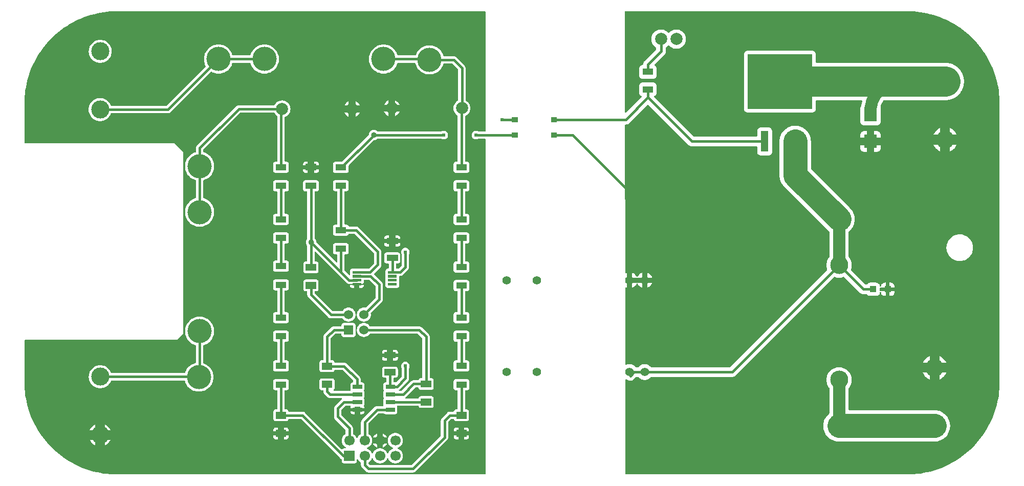
<source format=gtl>
G04 Layer: TopLayer*
G04 EasyEDA v6.4.19.3, 2021-03-31T08:50:56+02:00*
G04 7e8d071977a24ced90268045b7a9a018,03b0b1bb86a94345b9bcc081285aab9b,10*
G04 Gerber Generator version 0.2*
G04 Scale: 100 percent, Rotated: No, Reflected: No *
G04 Dimensions in inches *
G04 leading zeros omitted , absolute positions ,3 integer and 6 decimal *
%FSLAX36Y36*%
%MOIN*%

%ADD11C,0.0157*%
%ADD12C,0.0787*%
%ADD13C,0.1968*%
%ADD14C,0.1575*%
%ADD15C,0.0244*%
%ADD16R,0.0847X0.0866*%
%ADD17R,0.0669X0.0433*%
%ADD20R,0.0717X0.0402*%
%ADD21R,0.0709X0.0413*%
%ADD23R,0.0669X0.0453*%
%ADD24R,0.0495X0.1350*%
%ADD26R,0.0394X0.0394*%
%ADD28C,0.0600*%
%ADD30C,0.0669*%
%ADD31C,0.1181*%
%ADD32C,0.0554*%
%ADD33C,0.1173*%

%LPD*%
G36*
X1005639Y18720D02*
G01*
X983840Y19120D01*
X962400Y20259D01*
X941000Y22180D01*
X919700Y24860D01*
X898500Y28300D01*
X877440Y32500D01*
X856520Y37440D01*
X835819Y43120D01*
X815320Y49540D01*
X795060Y56680D01*
X775080Y64560D01*
X755380Y73120D01*
X736020Y82400D01*
X716979Y92360D01*
X698319Y102980D01*
X680040Y114280D01*
X662180Y126220D01*
X644780Y138780D01*
X627800Y151960D01*
X611340Y165720D01*
X595360Y180080D01*
X579900Y195000D01*
X564980Y210460D01*
X550640Y226439D01*
X536860Y242920D01*
X523700Y259880D01*
X511120Y277300D01*
X499200Y295160D01*
X487920Y313440D01*
X477280Y332100D01*
X467340Y351140D01*
X458060Y370520D01*
X449500Y390220D01*
X441640Y410200D01*
X434500Y430460D01*
X428080Y450959D01*
X422400Y471659D01*
X417460Y492560D01*
X413280Y513640D01*
X409840Y534840D01*
X407160Y556140D01*
X405260Y577540D01*
X404099Y599000D01*
X403720Y620640D01*
X403720Y891000D01*
X404020Y892540D01*
X404900Y893820D01*
X406180Y894700D01*
X407720Y895000D01*
X1397100Y895000D01*
X1397780Y895280D01*
X1437220Y934720D01*
X1437500Y935400D01*
X1437500Y2119600D01*
X1437220Y2120280D01*
X1382780Y2174720D01*
X1382100Y2175000D01*
X407720Y2175000D01*
X406180Y2175300D01*
X404900Y2176180D01*
X404020Y2177460D01*
X403720Y2179000D01*
X403720Y2434820D01*
X404120Y2456540D01*
X405260Y2478000D01*
X407180Y2499380D01*
X409860Y2520700D01*
X413300Y2541900D01*
X417500Y2562960D01*
X422440Y2583860D01*
X428120Y2604580D01*
X434540Y2625080D01*
X441680Y2645320D01*
X449560Y2665320D01*
X458120Y2685000D01*
X467400Y2704380D01*
X477360Y2723420D01*
X487980Y2742080D01*
X499280Y2760340D01*
X511220Y2778200D01*
X523780Y2795620D01*
X536960Y2812580D01*
X550720Y2829060D01*
X565080Y2845040D01*
X580000Y2860500D01*
X595460Y2875400D01*
X611440Y2889760D01*
X627920Y2903519D01*
X644880Y2916700D01*
X662300Y2929260D01*
X680160Y2941200D01*
X698439Y2952480D01*
X717099Y2963100D01*
X736140Y2973060D01*
X755520Y2982320D01*
X775220Y2990899D01*
X795200Y2998759D01*
X815460Y3005899D01*
X835960Y3012320D01*
X856660Y3018000D01*
X877560Y3022940D01*
X898640Y3027120D01*
X919840Y3030560D01*
X941140Y3033220D01*
X962540Y3035140D01*
X984000Y3036280D01*
X1005639Y3036680D01*
X3403500Y3036680D01*
X3405040Y3036360D01*
X3406320Y3035500D01*
X3407200Y3034200D01*
X3407500Y3032679D01*
X3407500Y2257720D01*
X3407200Y2256200D01*
X3406320Y2254900D01*
X3405040Y2254020D01*
X3403500Y2253720D01*
X3360920Y2253720D01*
X3359840Y2253880D01*
X3357740Y2254980D01*
X3353660Y2256680D01*
X3349380Y2257700D01*
X3345000Y2258040D01*
X3340620Y2257700D01*
X3336340Y2256680D01*
X3332260Y2254980D01*
X3328519Y2252680D01*
X3325179Y2249820D01*
X3322320Y2246480D01*
X3320020Y2242740D01*
X3318320Y2238660D01*
X3317300Y2234380D01*
X3316960Y2230000D01*
X3317300Y2225620D01*
X3318320Y2221340D01*
X3320020Y2217260D01*
X3322320Y2213520D01*
X3325179Y2210180D01*
X3328519Y2207320D01*
X3332260Y2205020D01*
X3336340Y2203320D01*
X3340620Y2202300D01*
X3345000Y2201960D01*
X3349380Y2202300D01*
X3353660Y2203320D01*
X3357740Y2205020D01*
X3359840Y2206120D01*
X3360920Y2206280D01*
X3403500Y2206280D01*
X3405040Y2205980D01*
X3406320Y2205100D01*
X3407200Y2203800D01*
X3407500Y2202280D01*
X3407500Y22719D01*
X3407200Y21180D01*
X3406320Y19900D01*
X3405040Y19020D01*
X3403500Y18720D01*
G37*

%LPC*%
G36*
X2645120Y31280D02*
G01*
X2934880Y31280D01*
X2938820Y31580D01*
X2941840Y32280D01*
X2945500Y33720D01*
X2948860Y35740D01*
X2949500Y36220D01*
X2951860Y38320D01*
X3156680Y243140D01*
X3158780Y245500D01*
X3159260Y246140D01*
X3161280Y249500D01*
X3162720Y253160D01*
X3163420Y256180D01*
X3163720Y260120D01*
X3163720Y358519D01*
X3164020Y360040D01*
X3164900Y361340D01*
X3183020Y379480D01*
X3184320Y380340D01*
X3185860Y380640D01*
X3197440Y380640D01*
X3199080Y380280D01*
X3200440Y379280D01*
X3201259Y377800D01*
X3201900Y375680D01*
X3203380Y372939D01*
X3205340Y370540D01*
X3207740Y368560D01*
X3210480Y367100D01*
X3213440Y366200D01*
X3216740Y365880D01*
X3283260Y365880D01*
X3286560Y366200D01*
X3289520Y367100D01*
X3292260Y368560D01*
X3294660Y370540D01*
X3296620Y372939D01*
X3298100Y375680D01*
X3299000Y378640D01*
X3299320Y381920D01*
X3299320Y426820D01*
X3299000Y430100D01*
X3298100Y433060D01*
X3296620Y435800D01*
X3294660Y438200D01*
X3292260Y440180D01*
X3289520Y441640D01*
X3286560Y442540D01*
X3283260Y442860D01*
X3277720Y442860D01*
X3276200Y443160D01*
X3274900Y444040D01*
X3274020Y445319D01*
X3273720Y446860D01*
X3273720Y563460D01*
X3274020Y565000D01*
X3274900Y566280D01*
X3276200Y567160D01*
X3277720Y567460D01*
X3285240Y567460D01*
X3288519Y567780D01*
X3291500Y568680D01*
X3294240Y570140D01*
X3296620Y572120D01*
X3298600Y574520D01*
X3300059Y577260D01*
X3300960Y580220D01*
X3301280Y583500D01*
X3301280Y624460D01*
X3300960Y627740D01*
X3300059Y630700D01*
X3298600Y633440D01*
X3296620Y635840D01*
X3294240Y637820D01*
X3291500Y639280D01*
X3288519Y640180D01*
X3285240Y640500D01*
X3214760Y640500D01*
X3211480Y640180D01*
X3208500Y639280D01*
X3205779Y637820D01*
X3203380Y635840D01*
X3201400Y633440D01*
X3199940Y630700D01*
X3199040Y627740D01*
X3198720Y624460D01*
X3198720Y583500D01*
X3199040Y580220D01*
X3199940Y577260D01*
X3201400Y574520D01*
X3203380Y572120D01*
X3205779Y570140D01*
X3208500Y568680D01*
X3211480Y567780D01*
X3214760Y567460D01*
X3222280Y567460D01*
X3223800Y567160D01*
X3225100Y566280D01*
X3225980Y565000D01*
X3226280Y563460D01*
X3226280Y446860D01*
X3225980Y445319D01*
X3225100Y444040D01*
X3223800Y443160D01*
X3222280Y442860D01*
X3216740Y442860D01*
X3213440Y442540D01*
X3210480Y441640D01*
X3207740Y440180D01*
X3205340Y438200D01*
X3203380Y435800D01*
X3201900Y433060D01*
X3201259Y430940D01*
X3200440Y429460D01*
X3199080Y428459D01*
X3197440Y428100D01*
X3174500Y428100D01*
X3171360Y427900D01*
X3170539Y427780D01*
X3166740Y426840D01*
X3163159Y425280D01*
X3159860Y423140D01*
X3157500Y421060D01*
X3123320Y386860D01*
X3121220Y384500D01*
X3120740Y383860D01*
X3118720Y380500D01*
X3117280Y376840D01*
X3116580Y373820D01*
X3116280Y369880D01*
X3116280Y271480D01*
X3115980Y269960D01*
X3115100Y268660D01*
X2926340Y79900D01*
X2925040Y79020D01*
X2923519Y78720D01*
X2656480Y78720D01*
X2654960Y79020D01*
X2653660Y79900D01*
X2644900Y88660D01*
X2644020Y89960D01*
X2643720Y91480D01*
X2643720Y94580D01*
X2643960Y95920D01*
X2644620Y97100D01*
X2645659Y98000D01*
X2648000Y99420D01*
X2652700Y103100D01*
X2656900Y107300D01*
X2660580Y112000D01*
X2663660Y117080D01*
X2666200Y122739D01*
X2667080Y123980D01*
X2668360Y124800D01*
X2670160Y125100D01*
X2671640Y124800D01*
X2672919Y123980D01*
X2673800Y122739D01*
X2676340Y117080D01*
X2679420Y112000D01*
X2683100Y107300D01*
X2687300Y103100D01*
X2692000Y99420D01*
X2697080Y96340D01*
X2702520Y93900D01*
X2708200Y92120D01*
X2714060Y91060D01*
X2720000Y90700D01*
X2725940Y91060D01*
X2731800Y92120D01*
X2737480Y93900D01*
X2742919Y96340D01*
X2748000Y99420D01*
X2752700Y103100D01*
X2756900Y107300D01*
X2760580Y112000D01*
X2763660Y117080D01*
X2766200Y122739D01*
X2767080Y123980D01*
X2768360Y124800D01*
X2770160Y125100D01*
X2771640Y124800D01*
X2772919Y123980D01*
X2773800Y122739D01*
X2776340Y117080D01*
X2779420Y112000D01*
X2783100Y107300D01*
X2787300Y103100D01*
X2792000Y99420D01*
X2797080Y96340D01*
X2802520Y93900D01*
X2808200Y92120D01*
X2814060Y91060D01*
X2820000Y90700D01*
X2825940Y91060D01*
X2831800Y92120D01*
X2837480Y93900D01*
X2842919Y96340D01*
X2848000Y99420D01*
X2852700Y103100D01*
X2856900Y107300D01*
X2860580Y112000D01*
X2863660Y117080D01*
X2866100Y122520D01*
X2867880Y128200D01*
X2868940Y134060D01*
X2869300Y140000D01*
X2868940Y145940D01*
X2867880Y151800D01*
X2866100Y157480D01*
X2863660Y162920D01*
X2860580Y168000D01*
X2856900Y172700D01*
X2852700Y176900D01*
X2848000Y180580D01*
X2842919Y183660D01*
X2837260Y186200D01*
X2836019Y187079D01*
X2835200Y188359D01*
X2834900Y190159D01*
X2835200Y191640D01*
X2836019Y192920D01*
X2837260Y193800D01*
X2842919Y196340D01*
X2848000Y199420D01*
X2852700Y203100D01*
X2856900Y207300D01*
X2860580Y212000D01*
X2863660Y217079D01*
X2866100Y222520D01*
X2867880Y228200D01*
X2868940Y234060D01*
X2869300Y240000D01*
X2868940Y245940D01*
X2867880Y251800D01*
X2866100Y257480D01*
X2863660Y262920D01*
X2860580Y268000D01*
X2856900Y272700D01*
X2852700Y276900D01*
X2848000Y280580D01*
X2842919Y283660D01*
X2837480Y286100D01*
X2831800Y287880D01*
X2825940Y288940D01*
X2820000Y289300D01*
X2814060Y288940D01*
X2808200Y287880D01*
X2802520Y286100D01*
X2797080Y283660D01*
X2792000Y280580D01*
X2787300Y276900D01*
X2783100Y272700D01*
X2779420Y268000D01*
X2776340Y262920D01*
X2773800Y257260D01*
X2772880Y255980D01*
X2773000Y255520D01*
X2772820Y254040D01*
X2772120Y251800D01*
X2771060Y245940D01*
X2770700Y240000D01*
X2771060Y234060D01*
X2772120Y228200D01*
X2772820Y225960D01*
X2773000Y224480D01*
X2772919Y223980D01*
X2773800Y222740D01*
X2776340Y217079D01*
X2779420Y212000D01*
X2783100Y207300D01*
X2787300Y203100D01*
X2792000Y199420D01*
X2797080Y196340D01*
X2802740Y193800D01*
X2803980Y192920D01*
X2804800Y191640D01*
X2805100Y189840D01*
X2804800Y188359D01*
X2803980Y187079D01*
X2802740Y186200D01*
X2797080Y183660D01*
X2792000Y180580D01*
X2787300Y176900D01*
X2783100Y172700D01*
X2779420Y168000D01*
X2776340Y162920D01*
X2773800Y157260D01*
X2772919Y156020D01*
X2771640Y155200D01*
X2769840Y154900D01*
X2768360Y155200D01*
X2767080Y156020D01*
X2766200Y157260D01*
X2763660Y162920D01*
X2760580Y168000D01*
X2756900Y172700D01*
X2752700Y176900D01*
X2748000Y180580D01*
X2742919Y183660D01*
X2737260Y186200D01*
X2735980Y187120D01*
X2735520Y187000D01*
X2734040Y187180D01*
X2731800Y187880D01*
X2725940Y188939D01*
X2720000Y189300D01*
X2714060Y188939D01*
X2708200Y187880D01*
X2705960Y187180D01*
X2704480Y187000D01*
X2703980Y187079D01*
X2702740Y186200D01*
X2697080Y183660D01*
X2692000Y180580D01*
X2687300Y176900D01*
X2683100Y172700D01*
X2679420Y168000D01*
X2676340Y162920D01*
X2673820Y157240D01*
X2673000Y155780D01*
X2671640Y154780D01*
X2670000Y154420D01*
X2668360Y154780D01*
X2667000Y155780D01*
X2666100Y157480D01*
X2663660Y162920D01*
X2660580Y168000D01*
X2656900Y172700D01*
X2652700Y176900D01*
X2648000Y180580D01*
X2642919Y183660D01*
X2637260Y186200D01*
X2636019Y187079D01*
X2635200Y188359D01*
X2634900Y190159D01*
X2635200Y191640D01*
X2636019Y192920D01*
X2637260Y193800D01*
X2642919Y196340D01*
X2648000Y199420D01*
X2652700Y203100D01*
X2656900Y207300D01*
X2660580Y212000D01*
X2663660Y217079D01*
X2666200Y222740D01*
X2667120Y224020D01*
X2667000Y224480D01*
X2667180Y225960D01*
X2667880Y228200D01*
X2668940Y234060D01*
X2669300Y240000D01*
X2668940Y245940D01*
X2667880Y251800D01*
X2667180Y254040D01*
X2667000Y255520D01*
X2667080Y256020D01*
X2666200Y257260D01*
X2663660Y262920D01*
X2660580Y268000D01*
X2656900Y272700D01*
X2652700Y276900D01*
X2648000Y280580D01*
X2645659Y282000D01*
X2644620Y282900D01*
X2643960Y284080D01*
X2643720Y285420D01*
X2643720Y348519D01*
X2644020Y350040D01*
X2644900Y351340D01*
X2708660Y415100D01*
X2709960Y415980D01*
X2711480Y416280D01*
X2743700Y416280D01*
X2745040Y416040D01*
X2746240Y415360D01*
X2747860Y414040D01*
X2750600Y412580D01*
X2753560Y411680D01*
X2756840Y411360D01*
X2816620Y411360D01*
X2819900Y411680D01*
X2822860Y412580D01*
X2825600Y414040D01*
X2828000Y416019D01*
X2829980Y418400D01*
X2831440Y421140D01*
X2832340Y424120D01*
X2832660Y427400D01*
X2832660Y452600D01*
X2832340Y455880D01*
X2831440Y458860D01*
X2830539Y460520D01*
X2830080Y462080D01*
X2830299Y463720D01*
X2831139Y465120D01*
X2832460Y466060D01*
X2834060Y466400D01*
X2967460Y466760D01*
X2969120Y466420D01*
X2970480Y465400D01*
X2971300Y463920D01*
X2971900Y461940D01*
X2973380Y459200D01*
X2975340Y456800D01*
X2977740Y454820D01*
X2980480Y453360D01*
X2983440Y452460D01*
X2986740Y452140D01*
X3053260Y452140D01*
X3056560Y452460D01*
X3059520Y453360D01*
X3062260Y454820D01*
X3064660Y456800D01*
X3066620Y459200D01*
X3068100Y461940D01*
X3069000Y464900D01*
X3069320Y468180D01*
X3069320Y513080D01*
X3069000Y516360D01*
X3068100Y519320D01*
X3066620Y522060D01*
X3064660Y524460D01*
X3062260Y526440D01*
X3059520Y527900D01*
X3056560Y528800D01*
X3053260Y529120D01*
X2986740Y529120D01*
X2983440Y528800D01*
X2980480Y527900D01*
X2977740Y526440D01*
X2975340Y524460D01*
X2973380Y522060D01*
X2971900Y519320D01*
X2971220Y517060D01*
X2970400Y515580D01*
X2969040Y514580D01*
X2967400Y514219D01*
X2886860Y514000D01*
X2885299Y514320D01*
X2883980Y515220D01*
X2883120Y516580D01*
X2882860Y518160D01*
X2883260Y519720D01*
X2884220Y521000D01*
X2886860Y523320D01*
X2947400Y583840D01*
X2948700Y584720D01*
X2950220Y585020D01*
X2967440Y585020D01*
X2969080Y584660D01*
X2970440Y583660D01*
X2971259Y582180D01*
X2971900Y580040D01*
X2973380Y577300D01*
X2975340Y574900D01*
X2977740Y572940D01*
X2980480Y571480D01*
X2983440Y570580D01*
X2986740Y570240D01*
X3053260Y570240D01*
X3056560Y570580D01*
X3059520Y571480D01*
X3062260Y572940D01*
X3064660Y574900D01*
X3066620Y577300D01*
X3068100Y580040D01*
X3069000Y583020D01*
X3069320Y586300D01*
X3069320Y631180D01*
X3069000Y634460D01*
X3068100Y637440D01*
X3066620Y640180D01*
X3064660Y642580D01*
X3062260Y644539D01*
X3059520Y646000D01*
X3056560Y646900D01*
X3053260Y647220D01*
X3047720Y647220D01*
X3046200Y647540D01*
X3044900Y648400D01*
X3044020Y649700D01*
X3043720Y651220D01*
X3043720Y914880D01*
X3043420Y918820D01*
X3042720Y921840D01*
X3041280Y925500D01*
X3039260Y928860D01*
X3038780Y929500D01*
X3036680Y931860D01*
X2991860Y976680D01*
X2989500Y978780D01*
X2988860Y979260D01*
X2985500Y981280D01*
X2981840Y982720D01*
X2978820Y983420D01*
X2974880Y983720D01*
X2656340Y983720D01*
X2655020Y983940D01*
X2653840Y984580D01*
X2652960Y985580D01*
X2652080Y986940D01*
X2648420Y991380D01*
X2644220Y995320D01*
X2639560Y998700D01*
X2634520Y1001480D01*
X2629160Y1003600D01*
X2623600Y1005040D01*
X2617880Y1005759D01*
X2612120Y1005759D01*
X2606420Y1005040D01*
X2600840Y1003600D01*
X2595480Y1001480D01*
X2590440Y998700D01*
X2585779Y995320D01*
X2581580Y991380D01*
X2577919Y986940D01*
X2574820Y982080D01*
X2572380Y976880D01*
X2570600Y971400D01*
X2569520Y965740D01*
X2569160Y960000D01*
X2569520Y954260D01*
X2570600Y948600D01*
X2572380Y943120D01*
X2574820Y937920D01*
X2577919Y933060D01*
X2581580Y928620D01*
X2585779Y924680D01*
X2590440Y921300D01*
X2595480Y918520D01*
X2600840Y916400D01*
X2606420Y914960D01*
X2612120Y914240D01*
X2617880Y914240D01*
X2623600Y914960D01*
X2629160Y916400D01*
X2634520Y918520D01*
X2639560Y921300D01*
X2644220Y924680D01*
X2648420Y928620D01*
X2652080Y933060D01*
X2652960Y934419D01*
X2653840Y935420D01*
X2655020Y936060D01*
X2656340Y936280D01*
X2963519Y936280D01*
X2965040Y935980D01*
X2966340Y935100D01*
X2995100Y906340D01*
X2995980Y905040D01*
X2996280Y903520D01*
X2996280Y651220D01*
X2995980Y649700D01*
X2995100Y648400D01*
X2993800Y647540D01*
X2992280Y647220D01*
X2986740Y647220D01*
X2983440Y646900D01*
X2980480Y646000D01*
X2977740Y644539D01*
X2975340Y642580D01*
X2973380Y640180D01*
X2971900Y637440D01*
X2971259Y635300D01*
X2970440Y633820D01*
X2969080Y632820D01*
X2967440Y632460D01*
X2938860Y632460D01*
X2934920Y632160D01*
X2931900Y631460D01*
X2928240Y630020D01*
X2924880Y628000D01*
X2924240Y627520D01*
X2921880Y625420D01*
X2861340Y564900D01*
X2860040Y564020D01*
X2858519Y563720D01*
X2846500Y563720D01*
X2844920Y564040D01*
X2843600Y564960D01*
X2842740Y566340D01*
X2842500Y567920D01*
X2842900Y569480D01*
X2843880Y570760D01*
X2846880Y573340D01*
X2901680Y628140D01*
X2903780Y630500D01*
X2904260Y631140D01*
X2906280Y634500D01*
X2907720Y638160D01*
X2908420Y641180D01*
X2908720Y645120D01*
X2908720Y709080D01*
X2908880Y710160D01*
X2909980Y712260D01*
X2911680Y716340D01*
X2912700Y720620D01*
X2913039Y725000D01*
X2912700Y729380D01*
X2911680Y733660D01*
X2909980Y737740D01*
X2907679Y741480D01*
X2904820Y744820D01*
X2901480Y747680D01*
X2897740Y749980D01*
X2893660Y751680D01*
X2889380Y752700D01*
X2885000Y753040D01*
X2880620Y752700D01*
X2876340Y751680D01*
X2872260Y749980D01*
X2868519Y747680D01*
X2865179Y744820D01*
X2862320Y741480D01*
X2860020Y737740D01*
X2858320Y733660D01*
X2857300Y729380D01*
X2856960Y725000D01*
X2857300Y720620D01*
X2858320Y716340D01*
X2860020Y712260D01*
X2861120Y710160D01*
X2861280Y709080D01*
X2861280Y656480D01*
X2860980Y654960D01*
X2860100Y653660D01*
X2825340Y618880D01*
X2824160Y618060D01*
X2822760Y617720D01*
X2821340Y617880D01*
X2819900Y618320D01*
X2816620Y618640D01*
X2812720Y618640D01*
X2811200Y618940D01*
X2809900Y619820D01*
X2809020Y621120D01*
X2808720Y622640D01*
X2808720Y644940D01*
X2809020Y646480D01*
X2809900Y647780D01*
X2811200Y648640D01*
X2812720Y648940D01*
X2820620Y648940D01*
X2823920Y649280D01*
X2826880Y650180D01*
X2829620Y651640D01*
X2832020Y653600D01*
X2833980Y656000D01*
X2835460Y658740D01*
X2836360Y661720D01*
X2836680Y665000D01*
X2836680Y704760D01*
X2836360Y708040D01*
X2835460Y711020D01*
X2833980Y713760D01*
X2832020Y716160D01*
X2829620Y718120D01*
X2826880Y719580D01*
X2823920Y720480D01*
X2820620Y720800D01*
X2749380Y720800D01*
X2746080Y720480D01*
X2743120Y719580D01*
X2740380Y718120D01*
X2737980Y716160D01*
X2736019Y713760D01*
X2734540Y711020D01*
X2733639Y708040D01*
X2733320Y704760D01*
X2733320Y665000D01*
X2733639Y661720D01*
X2734540Y658740D01*
X2736019Y656000D01*
X2737980Y653600D01*
X2740380Y651640D01*
X2743120Y650180D01*
X2746080Y649280D01*
X2749380Y648940D01*
X2757280Y648940D01*
X2758800Y648640D01*
X2760100Y647780D01*
X2760980Y646480D01*
X2761280Y644940D01*
X2761280Y622640D01*
X2760980Y621120D01*
X2760100Y619820D01*
X2758800Y618940D01*
X2756840Y618640D01*
X2753560Y618320D01*
X2750600Y617420D01*
X2747860Y615960D01*
X2745460Y613980D01*
X2743480Y611580D01*
X2742020Y608860D01*
X2741120Y605880D01*
X2740800Y602600D01*
X2740800Y577400D01*
X2741120Y574120D01*
X2742020Y571140D01*
X2743480Y568400D01*
X2744200Y567540D01*
X2744880Y566340D01*
X2745120Y565000D01*
X2744880Y563660D01*
X2744200Y562460D01*
X2743480Y561580D01*
X2742020Y558860D01*
X2741120Y555880D01*
X2740800Y552600D01*
X2740800Y527400D01*
X2741120Y524120D01*
X2742020Y521140D01*
X2743480Y518400D01*
X2744200Y517540D01*
X2744880Y516340D01*
X2745120Y515000D01*
X2744880Y513660D01*
X2744200Y512460D01*
X2743480Y511580D01*
X2742020Y508860D01*
X2741120Y505880D01*
X2740800Y502600D01*
X2740800Y477400D01*
X2741120Y474120D01*
X2742020Y471140D01*
X2742840Y469600D01*
X2743300Y468040D01*
X2743100Y466420D01*
X2742260Y465000D01*
X2740920Y464060D01*
X2739320Y463720D01*
X2700120Y463720D01*
X2696180Y463420D01*
X2693159Y462720D01*
X2689500Y461280D01*
X2686139Y459260D01*
X2685500Y458780D01*
X2683140Y456680D01*
X2603320Y376860D01*
X2601220Y374500D01*
X2600740Y373860D01*
X2598720Y370500D01*
X2597280Y366840D01*
X2596580Y363820D01*
X2596280Y359880D01*
X2596280Y285420D01*
X2596040Y284080D01*
X2595380Y282900D01*
X2594340Y282000D01*
X2592000Y280580D01*
X2587300Y276900D01*
X2583100Y272700D01*
X2579420Y268000D01*
X2576340Y262920D01*
X2573800Y257260D01*
X2572919Y256020D01*
X2571640Y255200D01*
X2569840Y254899D01*
X2568360Y255200D01*
X2567080Y256020D01*
X2566200Y257260D01*
X2563660Y262920D01*
X2560580Y268000D01*
X2556900Y272700D01*
X2552700Y276900D01*
X2548000Y280580D01*
X2545660Y282000D01*
X2544620Y282900D01*
X2543960Y284080D01*
X2543720Y285420D01*
X2543720Y319880D01*
X2543420Y323820D01*
X2542720Y326840D01*
X2541280Y330500D01*
X2539260Y333860D01*
X2538780Y334500D01*
X2536680Y336860D01*
X2469900Y403660D01*
X2469020Y404960D01*
X2468720Y406480D01*
X2468720Y438519D01*
X2469020Y440040D01*
X2469900Y441340D01*
X2493660Y465100D01*
X2494960Y465980D01*
X2496480Y466280D01*
X2525860Y466280D01*
X2527460Y465940D01*
X2528800Y465000D01*
X2529640Y463579D01*
X2529840Y461960D01*
X2529380Y460400D01*
X2528560Y458860D01*
X2527660Y455880D01*
X2527340Y452600D01*
X2527340Y448900D01*
X2555740Y448900D01*
X2555740Y457360D01*
X2556040Y458880D01*
X2556900Y460180D01*
X2558200Y461060D01*
X2559740Y461360D01*
X2586820Y461360D01*
X2588340Y461060D01*
X2589640Y460180D01*
X2590500Y458880D01*
X2590820Y457360D01*
X2590820Y448900D01*
X2619200Y448900D01*
X2619200Y452600D01*
X2618880Y455880D01*
X2617980Y458860D01*
X2616520Y461580D01*
X2615800Y462460D01*
X2615120Y463660D01*
X2614880Y465000D01*
X2615120Y466340D01*
X2615800Y467540D01*
X2616520Y468400D01*
X2617980Y471140D01*
X2618880Y474120D01*
X2619200Y477400D01*
X2619200Y502600D01*
X2618880Y505880D01*
X2617980Y508860D01*
X2616520Y511580D01*
X2615800Y512460D01*
X2615120Y513660D01*
X2614880Y515000D01*
X2615120Y516340D01*
X2615800Y517540D01*
X2616520Y518400D01*
X2617980Y521140D01*
X2618880Y524120D01*
X2619200Y527400D01*
X2619200Y552600D01*
X2618880Y555880D01*
X2617980Y558860D01*
X2616520Y561580D01*
X2615800Y562460D01*
X2615120Y563660D01*
X2614880Y565000D01*
X2615120Y566340D01*
X2615800Y567540D01*
X2616520Y568400D01*
X2617980Y571140D01*
X2618880Y574120D01*
X2619200Y577400D01*
X2619200Y602600D01*
X2618880Y605880D01*
X2617980Y608860D01*
X2616520Y611580D01*
X2614540Y613980D01*
X2612140Y615960D01*
X2609400Y617420D01*
X2606440Y618320D01*
X2603159Y618640D01*
X2597720Y618640D01*
X2596200Y618940D01*
X2594900Y619820D01*
X2594020Y621120D01*
X2593720Y622640D01*
X2593720Y639880D01*
X2593420Y643820D01*
X2592720Y646840D01*
X2591280Y650500D01*
X2589260Y653860D01*
X2588780Y654500D01*
X2586680Y656860D01*
X2502460Y741080D01*
X2500100Y743180D01*
X2499460Y743660D01*
X2496100Y745680D01*
X2492440Y747120D01*
X2489420Y747820D01*
X2485480Y748120D01*
X2427560Y748120D01*
X2425900Y748480D01*
X2424540Y749479D01*
X2423720Y750960D01*
X2423100Y753060D01*
X2421620Y755800D01*
X2419660Y758199D01*
X2417260Y760180D01*
X2414520Y761640D01*
X2411560Y762540D01*
X2408260Y762860D01*
X2402720Y762860D01*
X2401200Y763160D01*
X2399900Y764040D01*
X2399020Y765320D01*
X2398720Y766860D01*
X2398720Y903520D01*
X2399020Y905040D01*
X2399900Y906340D01*
X2428660Y935100D01*
X2429960Y935980D01*
X2431480Y936280D01*
X2465160Y936280D01*
X2466680Y935980D01*
X2467980Y935100D01*
X2468840Y933800D01*
X2469160Y932280D01*
X2469160Y930200D01*
X2469480Y926919D01*
X2470380Y923940D01*
X2471840Y921200D01*
X2473800Y918800D01*
X2476200Y916840D01*
X2478940Y915380D01*
X2481920Y914479D01*
X2485200Y914140D01*
X2544800Y914140D01*
X2548080Y914479D01*
X2551060Y915380D01*
X2553800Y916840D01*
X2556200Y918800D01*
X2558160Y921200D01*
X2559620Y923940D01*
X2560520Y926919D01*
X2560860Y930200D01*
X2560860Y989800D01*
X2560520Y993080D01*
X2559620Y996060D01*
X2558160Y998800D01*
X2556200Y1001200D01*
X2553800Y1003160D01*
X2551060Y1004620D01*
X2548080Y1005520D01*
X2544800Y1005840D01*
X2485200Y1005840D01*
X2481920Y1005520D01*
X2478940Y1004620D01*
X2476200Y1003160D01*
X2473800Y1001200D01*
X2471840Y998800D01*
X2470380Y996060D01*
X2469480Y993080D01*
X2469160Y989800D01*
X2469160Y987720D01*
X2468840Y986200D01*
X2467980Y984900D01*
X2466680Y984020D01*
X2465160Y983720D01*
X2420120Y983720D01*
X2416180Y983420D01*
X2413160Y982720D01*
X2409500Y981280D01*
X2406140Y979260D01*
X2405500Y978780D01*
X2403140Y976680D01*
X2358320Y931860D01*
X2356220Y929500D01*
X2355740Y928860D01*
X2353720Y925500D01*
X2352280Y921840D01*
X2351580Y918820D01*
X2351280Y914880D01*
X2351280Y766860D01*
X2350980Y765320D01*
X2350100Y764040D01*
X2348800Y763160D01*
X2347280Y762860D01*
X2341740Y762860D01*
X2338440Y762540D01*
X2335480Y761640D01*
X2332740Y760180D01*
X2330340Y758199D01*
X2328380Y755800D01*
X2326900Y753060D01*
X2326000Y750100D01*
X2325680Y746820D01*
X2325680Y701919D01*
X2326000Y698640D01*
X2326900Y695680D01*
X2328380Y692940D01*
X2330340Y690540D01*
X2332740Y688560D01*
X2335480Y687099D01*
X2338440Y686200D01*
X2341740Y685879D01*
X2408260Y685879D01*
X2411560Y686200D01*
X2414520Y687099D01*
X2417260Y688560D01*
X2419660Y690540D01*
X2421620Y692940D01*
X2423100Y695680D01*
X2423740Y697840D01*
X2424560Y699320D01*
X2425920Y700320D01*
X2427580Y700680D01*
X2474120Y700680D01*
X2475640Y700380D01*
X2476940Y699500D01*
X2545100Y631340D01*
X2545980Y630040D01*
X2546280Y628520D01*
X2546280Y622560D01*
X2546000Y621120D01*
X2545240Y619860D01*
X2544080Y618980D01*
X2542660Y618580D01*
X2540100Y618320D01*
X2537140Y617420D01*
X2534400Y615960D01*
X2532000Y613980D01*
X2530020Y611580D01*
X2528560Y608860D01*
X2527660Y605880D01*
X2527340Y602600D01*
X2527340Y577400D01*
X2527660Y574120D01*
X2528560Y571140D01*
X2529380Y569600D01*
X2529840Y568040D01*
X2529640Y566420D01*
X2528800Y565000D01*
X2527460Y564060D01*
X2525860Y563720D01*
X2420240Y563720D01*
X2418640Y564060D01*
X2417320Y564980D01*
X2416460Y566380D01*
X2416240Y567980D01*
X2416680Y569560D01*
X2417700Y570820D01*
X2419660Y572420D01*
X2421620Y574820D01*
X2423100Y577560D01*
X2424000Y580540D01*
X2424320Y583820D01*
X2424320Y628700D01*
X2424000Y631980D01*
X2423100Y634960D01*
X2421620Y637700D01*
X2419660Y640100D01*
X2417260Y642060D01*
X2414520Y643520D01*
X2411560Y644419D01*
X2408260Y644740D01*
X2341740Y644740D01*
X2338440Y644419D01*
X2335480Y643520D01*
X2332740Y642060D01*
X2330340Y640100D01*
X2328380Y637700D01*
X2326900Y634960D01*
X2326000Y631980D01*
X2325680Y628700D01*
X2325680Y583820D01*
X2326000Y580540D01*
X2326900Y577560D01*
X2328380Y574820D01*
X2330340Y572420D01*
X2332740Y570460D01*
X2335480Y569000D01*
X2338440Y568100D01*
X2341740Y567760D01*
X2347280Y567760D01*
X2348800Y567460D01*
X2350100Y566600D01*
X2350980Y565300D01*
X2351280Y563760D01*
X2351280Y560120D01*
X2351580Y556180D01*
X2352280Y553160D01*
X2353720Y549500D01*
X2355740Y546140D01*
X2356220Y545500D01*
X2358320Y543140D01*
X2378140Y523320D01*
X2380500Y521220D01*
X2381140Y520740D01*
X2384500Y518720D01*
X2388160Y517280D01*
X2391180Y516580D01*
X2395120Y516280D01*
X2468500Y516280D01*
X2470080Y515959D01*
X2471400Y515040D01*
X2472260Y513660D01*
X2472500Y512080D01*
X2472100Y510520D01*
X2471120Y509240D01*
X2468120Y506659D01*
X2428320Y466860D01*
X2426220Y464500D01*
X2425740Y463860D01*
X2423720Y460500D01*
X2422280Y456840D01*
X2421580Y453820D01*
X2421280Y449880D01*
X2421280Y395120D01*
X2421580Y391180D01*
X2422280Y388160D01*
X2423720Y384500D01*
X2425740Y381140D01*
X2426220Y380500D01*
X2428320Y378140D01*
X2495100Y311340D01*
X2495980Y310040D01*
X2496280Y308520D01*
X2496280Y285420D01*
X2496040Y284080D01*
X2495380Y282900D01*
X2494340Y282000D01*
X2492000Y280580D01*
X2487300Y276900D01*
X2483100Y272700D01*
X2479420Y268000D01*
X2476340Y262920D01*
X2473900Y257480D01*
X2472120Y251800D01*
X2471060Y245940D01*
X2470700Y240000D01*
X2471060Y234060D01*
X2472120Y228200D01*
X2473900Y222520D01*
X2476340Y217079D01*
X2479420Y212000D01*
X2483100Y207300D01*
X2487300Y203100D01*
X2492000Y199420D01*
X2496420Y196740D01*
X2497680Y195560D01*
X2498300Y193960D01*
X2498220Y192240D01*
X2497400Y190720D01*
X2496040Y189680D01*
X2494360Y189320D01*
X2486740Y189320D01*
X2483440Y189000D01*
X2480480Y188100D01*
X2477740Y186620D01*
X2473940Y183500D01*
X2472340Y183080D01*
X2470700Y183340D01*
X2469320Y184240D01*
X2232500Y421060D01*
X2230140Y423140D01*
X2226840Y425280D01*
X2223260Y426840D01*
X2219460Y427780D01*
X2218640Y427900D01*
X2215500Y428100D01*
X2127560Y428100D01*
X2125920Y428459D01*
X2124560Y429460D01*
X2123740Y430940D01*
X2123100Y433060D01*
X2121620Y435800D01*
X2119660Y438200D01*
X2117260Y440180D01*
X2114520Y441640D01*
X2111560Y442540D01*
X2108260Y442860D01*
X2102720Y442860D01*
X2101200Y443160D01*
X2099900Y444040D01*
X2099020Y445319D01*
X2098720Y446860D01*
X2098720Y563460D01*
X2099020Y565000D01*
X2099900Y566280D01*
X2101200Y567160D01*
X2102720Y567460D01*
X2110240Y567460D01*
X2113520Y567780D01*
X2116500Y568680D01*
X2119240Y570140D01*
X2121620Y572120D01*
X2123600Y574520D01*
X2125060Y577260D01*
X2125960Y580220D01*
X2126280Y583500D01*
X2126280Y624460D01*
X2125960Y627740D01*
X2125060Y630700D01*
X2123600Y633440D01*
X2121620Y635840D01*
X2119240Y637820D01*
X2116500Y639280D01*
X2113520Y640180D01*
X2110240Y640500D01*
X2039760Y640500D01*
X2036480Y640180D01*
X2033500Y639280D01*
X2030780Y637820D01*
X2028380Y635840D01*
X2026399Y633440D01*
X2024940Y630700D01*
X2024040Y627740D01*
X2023720Y624460D01*
X2023720Y583500D01*
X2024040Y580220D01*
X2024940Y577260D01*
X2026399Y574520D01*
X2028380Y572120D01*
X2030780Y570140D01*
X2033500Y568680D01*
X2036480Y567780D01*
X2039760Y567460D01*
X2047280Y567460D01*
X2048800Y567160D01*
X2050100Y566280D01*
X2050980Y565000D01*
X2051279Y563460D01*
X2051279Y446860D01*
X2050980Y445319D01*
X2050100Y444040D01*
X2048800Y443160D01*
X2047280Y442860D01*
X2041740Y442860D01*
X2038440Y442540D01*
X2035480Y441640D01*
X2032740Y440180D01*
X2030340Y438200D01*
X2028380Y435800D01*
X2026900Y433060D01*
X2026000Y430100D01*
X2025680Y426820D01*
X2025680Y381920D01*
X2026000Y378640D01*
X2026900Y375680D01*
X2028380Y372939D01*
X2030340Y370540D01*
X2032740Y368560D01*
X2035480Y367100D01*
X2038440Y366200D01*
X2041740Y365880D01*
X2108260Y365880D01*
X2111560Y366200D01*
X2114520Y367100D01*
X2117260Y368560D01*
X2119660Y370540D01*
X2121620Y372939D01*
X2123100Y375680D01*
X2123740Y377800D01*
X2124560Y379280D01*
X2125920Y380280D01*
X2127560Y380640D01*
X2204140Y380640D01*
X2205680Y380340D01*
X2206980Y379480D01*
X2463140Y123320D01*
X2465500Y121220D01*
X2466140Y120740D01*
X2468800Y119100D01*
X2469800Y118200D01*
X2470460Y117020D01*
X2470680Y115700D01*
X2470680Y106740D01*
X2471000Y103440D01*
X2471900Y100480D01*
X2473380Y97739D01*
X2475340Y95340D01*
X2477740Y93379D01*
X2480480Y91900D01*
X2483440Y91000D01*
X2486740Y90680D01*
X2553260Y90680D01*
X2556560Y91000D01*
X2559520Y91900D01*
X2562260Y93379D01*
X2564660Y95340D01*
X2566620Y97739D01*
X2568100Y100480D01*
X2569000Y103440D01*
X2569320Y106740D01*
X2569320Y114360D01*
X2569680Y116039D01*
X2570720Y117400D01*
X2572240Y118219D01*
X2573960Y118300D01*
X2575560Y117680D01*
X2576740Y116420D01*
X2579420Y112000D01*
X2583100Y107300D01*
X2587300Y103100D01*
X2592000Y99420D01*
X2594340Y98000D01*
X2595380Y97100D01*
X2596040Y95920D01*
X2596280Y94580D01*
X2596280Y80120D01*
X2596580Y76180D01*
X2597280Y73160D01*
X2598720Y69500D01*
X2600740Y66140D01*
X2601220Y65500D01*
X2603320Y63140D01*
X2628140Y38320D01*
X2630500Y36220D01*
X2631139Y35740D01*
X2634500Y33720D01*
X2638159Y32280D01*
X2641180Y31580D01*
G37*
G36*
X2739240Y194680D02*
G01*
X2742919Y196340D01*
X2748000Y199420D01*
X2752700Y203100D01*
X2756900Y207300D01*
X2760580Y212000D01*
X2763660Y217079D01*
X2765320Y220760D01*
X2739240Y220760D01*
G37*
G36*
X2700760Y194680D02*
G01*
X2700760Y220760D01*
X2674680Y220760D01*
X2676340Y217079D01*
X2679420Y212000D01*
X2683100Y207300D01*
X2687300Y203100D01*
X2692000Y199420D01*
X2697080Y196340D01*
G37*
G36*
X928720Y208400D02*
G01*
X932520Y210219D01*
X938900Y214120D01*
X944840Y218619D01*
X950320Y223700D01*
X955260Y229300D01*
X959620Y235360D01*
X963360Y241820D01*
X964320Y243980D01*
X928720Y243980D01*
G37*
G36*
X864680Y208400D02*
G01*
X864680Y243980D01*
X829080Y243980D01*
X830040Y241820D01*
X833780Y235360D01*
X838139Y229300D01*
X843080Y223700D01*
X848560Y218619D01*
X854500Y214120D01*
X860879Y210219D01*
G37*
G36*
X3216740Y247760D02*
G01*
X3230760Y247760D01*
X3230760Y272440D01*
X3200680Y272440D01*
X3200680Y263820D01*
X3201000Y260539D01*
X3201900Y257560D01*
X3203380Y254820D01*
X3205340Y252420D01*
X3207740Y250460D01*
X3210480Y249000D01*
X3213440Y248100D01*
G37*
G36*
X2094240Y247760D02*
G01*
X2108260Y247760D01*
X2111560Y248100D01*
X2114520Y249000D01*
X2117260Y250460D01*
X2119660Y252420D01*
X2121620Y254820D01*
X2123100Y257560D01*
X2124000Y260539D01*
X2124320Y263820D01*
X2124320Y272440D01*
X2094240Y272440D01*
G37*
G36*
X3269240Y247760D02*
G01*
X3283260Y247760D01*
X3286560Y248100D01*
X3289520Y249000D01*
X3292260Y250460D01*
X3294660Y252420D01*
X3296620Y254820D01*
X3298100Y257560D01*
X3299000Y260539D01*
X3299320Y263820D01*
X3299320Y272440D01*
X3269240Y272440D01*
G37*
G36*
X2041740Y247760D02*
G01*
X2055760Y247760D01*
X2055760Y272440D01*
X2025680Y272440D01*
X2025680Y263820D01*
X2026000Y260539D01*
X2026900Y257560D01*
X2028380Y254820D01*
X2030340Y252420D01*
X2032740Y250460D01*
X2035480Y249000D01*
X2038440Y248100D01*
G37*
G36*
X2739240Y259240D02*
G01*
X2765320Y259240D01*
X2763660Y262920D01*
X2760580Y268000D01*
X2756900Y272700D01*
X2752700Y276900D01*
X2748000Y280580D01*
X2742919Y283660D01*
X2739240Y285320D01*
G37*
G36*
X2674680Y259240D02*
G01*
X2700760Y259240D01*
X2700760Y285320D01*
X2697080Y283660D01*
X2692000Y280580D01*
X2687300Y276900D01*
X2683100Y272700D01*
X2679420Y268000D01*
X2676340Y262920D01*
G37*
G36*
X3269240Y300080D02*
G01*
X3299320Y300080D01*
X3299320Y308700D01*
X3299000Y311980D01*
X3298100Y314960D01*
X3296620Y317700D01*
X3294660Y320100D01*
X3292260Y322060D01*
X3289520Y323519D01*
X3286560Y324420D01*
X3283260Y324739D01*
X3269240Y324739D01*
G37*
G36*
X2094240Y300080D02*
G01*
X2124320Y300080D01*
X2124320Y308700D01*
X2124000Y311980D01*
X2123100Y314960D01*
X2121620Y317700D01*
X2119660Y320100D01*
X2117260Y322060D01*
X2114520Y323519D01*
X2111560Y324420D01*
X2108260Y324739D01*
X2094240Y324739D01*
G37*
G36*
X3200680Y300080D02*
G01*
X3230760Y300080D01*
X3230760Y324739D01*
X3216740Y324739D01*
X3213440Y324420D01*
X3210480Y323519D01*
X3207740Y322060D01*
X3205340Y320100D01*
X3203380Y317700D01*
X3201900Y314960D01*
X3201000Y311980D01*
X3200680Y308700D01*
G37*
G36*
X2025680Y300080D02*
G01*
X2055760Y300080D01*
X2055760Y324739D01*
X2041740Y324739D01*
X2038440Y324420D01*
X2035480Y323519D01*
X2032740Y322060D01*
X2030340Y320100D01*
X2028380Y317700D01*
X2026900Y314960D01*
X2026000Y311980D01*
X2025680Y308700D01*
G37*
G36*
X928720Y308020D02*
G01*
X964340Y308020D01*
X961560Y313440D01*
X957520Y319720D01*
X952860Y325560D01*
X947640Y330900D01*
X941919Y335700D01*
X935759Y339920D01*
X928720Y343680D01*
G37*
G36*
X829060Y308020D02*
G01*
X864680Y308020D01*
X864680Y343680D01*
X857640Y339920D01*
X851480Y335700D01*
X845759Y330900D01*
X840540Y325560D01*
X835879Y319720D01*
X831840Y313440D01*
G37*
G36*
X2543380Y411360D02*
G01*
X2555740Y411360D01*
X2555740Y431100D01*
X2527340Y431100D01*
X2527340Y427400D01*
X2527660Y424120D01*
X2528560Y421140D01*
X2530020Y418400D01*
X2532000Y416019D01*
X2534400Y414040D01*
X2537140Y412580D01*
X2540100Y411680D01*
G37*
G36*
X2590820Y411360D02*
G01*
X2603159Y411360D01*
X2606440Y411680D01*
X2609400Y412580D01*
X2612140Y414040D01*
X2614540Y416019D01*
X2616520Y418400D01*
X2617980Y421140D01*
X2618880Y424120D01*
X2619200Y427400D01*
X2619200Y431100D01*
X2590820Y431100D01*
G37*
G36*
X1540000Y558400D02*
G01*
X1548480Y558780D01*
X1556879Y559920D01*
X1565160Y561820D01*
X1573240Y564440D01*
X1581040Y567780D01*
X1588520Y571800D01*
X1595600Y576480D01*
X1602240Y581760D01*
X1608360Y587620D01*
X1613959Y594020D01*
X1618940Y600880D01*
X1623300Y608180D01*
X1626980Y615820D01*
X1629960Y623760D01*
X1632220Y631940D01*
X1633720Y640300D01*
X1634500Y648740D01*
X1634500Y657240D01*
X1633720Y665680D01*
X1632220Y674040D01*
X1629960Y682220D01*
X1626980Y690160D01*
X1623300Y697820D01*
X1618940Y705100D01*
X1613959Y711960D01*
X1608360Y718360D01*
X1602240Y724220D01*
X1595600Y729520D01*
X1588520Y734180D01*
X1581040Y738220D01*
X1573240Y741540D01*
X1571480Y742120D01*
X1570040Y742940D01*
X1569060Y744300D01*
X1568720Y745920D01*
X1568720Y857660D01*
X1569060Y859280D01*
X1570040Y860620D01*
X1571480Y861460D01*
X1578240Y863660D01*
X1586040Y866979D01*
X1593520Y871000D01*
X1600600Y875680D01*
X1607240Y880980D01*
X1613360Y886840D01*
X1618959Y893240D01*
X1623940Y900100D01*
X1628300Y907380D01*
X1631980Y915040D01*
X1634960Y922980D01*
X1637220Y931160D01*
X1638720Y939500D01*
X1639500Y947960D01*
X1639500Y956440D01*
X1638720Y964900D01*
X1637220Y973259D01*
X1634960Y981440D01*
X1631980Y989380D01*
X1628300Y997020D01*
X1623940Y1004320D01*
X1618959Y1011180D01*
X1613360Y1017560D01*
X1607240Y1023439D01*
X1600600Y1028720D01*
X1593520Y1033400D01*
X1586040Y1037420D01*
X1578240Y1040759D01*
X1570160Y1043379D01*
X1561879Y1045280D01*
X1553480Y1046420D01*
X1545000Y1046800D01*
X1536519Y1046420D01*
X1528120Y1045280D01*
X1519840Y1043379D01*
X1511759Y1040759D01*
X1503959Y1037420D01*
X1496480Y1033400D01*
X1489400Y1028720D01*
X1482760Y1023439D01*
X1476639Y1017560D01*
X1471040Y1011180D01*
X1466060Y1004320D01*
X1461699Y997020D01*
X1458020Y989380D01*
X1455040Y981440D01*
X1452780Y973259D01*
X1451279Y964900D01*
X1450500Y956440D01*
X1450500Y947960D01*
X1451279Y939500D01*
X1452780Y931160D01*
X1455040Y922980D01*
X1458020Y915040D01*
X1461699Y907380D01*
X1466060Y900100D01*
X1471040Y893240D01*
X1476639Y886840D01*
X1482760Y880980D01*
X1489400Y875680D01*
X1496480Y871000D01*
X1503959Y866979D01*
X1511759Y863660D01*
X1518520Y861460D01*
X1519960Y860620D01*
X1520940Y859280D01*
X1521279Y857660D01*
X1521279Y748820D01*
X1521060Y747500D01*
X1520400Y746340D01*
X1519400Y745440D01*
X1518160Y744920D01*
X1514840Y744160D01*
X1506759Y741540D01*
X1498959Y738220D01*
X1491480Y734180D01*
X1484400Y729520D01*
X1477760Y724220D01*
X1471639Y718360D01*
X1466040Y711960D01*
X1461060Y705100D01*
X1456699Y697820D01*
X1453020Y690160D01*
X1450040Y682220D01*
X1449900Y681680D01*
X1449079Y680160D01*
X1447720Y679120D01*
X1446040Y678740D01*
X971420Y678740D01*
X969860Y679060D01*
X968560Y679960D01*
X967700Y681280D01*
X965920Y685819D01*
X962500Y692460D01*
X958460Y698740D01*
X953800Y704580D01*
X948580Y709920D01*
X942860Y714720D01*
X936700Y718940D01*
X930140Y722500D01*
X923259Y725400D01*
X916120Y727600D01*
X908800Y729080D01*
X901380Y729820D01*
X893900Y729820D01*
X886480Y729080D01*
X879160Y727600D01*
X872020Y725400D01*
X865140Y722500D01*
X858580Y718940D01*
X852420Y714720D01*
X846700Y709920D01*
X841480Y704580D01*
X836820Y698740D01*
X832780Y692460D01*
X829360Y685819D01*
X826640Y678880D01*
X824620Y671680D01*
X823319Y664340D01*
X822760Y656880D01*
X822960Y649419D01*
X823880Y642020D01*
X825540Y634740D01*
X827920Y627660D01*
X830980Y620840D01*
X834720Y614380D01*
X839080Y608320D01*
X844020Y602720D01*
X849500Y597640D01*
X855440Y593140D01*
X861820Y589240D01*
X868540Y586000D01*
X875560Y583440D01*
X882800Y581600D01*
X890180Y580500D01*
X897640Y580120D01*
X905100Y580500D01*
X912480Y581600D01*
X919720Y583440D01*
X926740Y586000D01*
X933460Y589240D01*
X939840Y593140D01*
X945780Y597640D01*
X951260Y602720D01*
X956200Y608320D01*
X960560Y614380D01*
X964300Y620840D01*
X967360Y627660D01*
X967680Y628560D01*
X968500Y630000D01*
X969840Y630960D01*
X971460Y631300D01*
X1444920Y631300D01*
X1446600Y630920D01*
X1447980Y629880D01*
X1448779Y628360D01*
X1450040Y623760D01*
X1453020Y615820D01*
X1456699Y608180D01*
X1461060Y600880D01*
X1466040Y594020D01*
X1471639Y587620D01*
X1477760Y581760D01*
X1484400Y576480D01*
X1491480Y571800D01*
X1498959Y567780D01*
X1506759Y564440D01*
X1514840Y561820D01*
X1523120Y559920D01*
X1531519Y558780D01*
G37*
G36*
X2039760Y689500D02*
G01*
X2110240Y689500D01*
X2113520Y689820D01*
X2116500Y690720D01*
X2119240Y692180D01*
X2121620Y694160D01*
X2123600Y696560D01*
X2125060Y699300D01*
X2125960Y702260D01*
X2126280Y705540D01*
X2126280Y746500D01*
X2125960Y749780D01*
X2125060Y752740D01*
X2123600Y755480D01*
X2121620Y757880D01*
X2119240Y759860D01*
X2116500Y761320D01*
X2113520Y762220D01*
X2110240Y762540D01*
X2102720Y762540D01*
X2101200Y762840D01*
X2099900Y763720D01*
X2099020Y765000D01*
X2098720Y766540D01*
X2098720Y878460D01*
X2099020Y880000D01*
X2099900Y881280D01*
X2101200Y882159D01*
X2102720Y882460D01*
X2110240Y882460D01*
X2113520Y882780D01*
X2116500Y883680D01*
X2119240Y885140D01*
X2121620Y887120D01*
X2123600Y889520D01*
X2125060Y892260D01*
X2125960Y895220D01*
X2126280Y898500D01*
X2126280Y939460D01*
X2125960Y942740D01*
X2125060Y945699D01*
X2123600Y948439D01*
X2121620Y950840D01*
X2119240Y952820D01*
X2116500Y954280D01*
X2113520Y955180D01*
X2110240Y955500D01*
X2039760Y955500D01*
X2036480Y955180D01*
X2033500Y954280D01*
X2030780Y952820D01*
X2028380Y950840D01*
X2026399Y948439D01*
X2024940Y945699D01*
X2024040Y942740D01*
X2023720Y939460D01*
X2023720Y898500D01*
X2024040Y895220D01*
X2024940Y892260D01*
X2026399Y889520D01*
X2028380Y887120D01*
X2030780Y885140D01*
X2033500Y883680D01*
X2036480Y882780D01*
X2039760Y882460D01*
X2047280Y882460D01*
X2048800Y882159D01*
X2050100Y881280D01*
X2050980Y880000D01*
X2051279Y878460D01*
X2051279Y766540D01*
X2050980Y765000D01*
X2050100Y763720D01*
X2048800Y762840D01*
X2047280Y762540D01*
X2039760Y762540D01*
X2036480Y762220D01*
X2033500Y761320D01*
X2030780Y759860D01*
X2028380Y757880D01*
X2026399Y755480D01*
X2024940Y752740D01*
X2024040Y749780D01*
X2023720Y746500D01*
X2023720Y705540D01*
X2024040Y702260D01*
X2024940Y699300D01*
X2026399Y696560D01*
X2028380Y694160D01*
X2030780Y692180D01*
X2033500Y690720D01*
X2036480Y689820D01*
G37*
G36*
X3214760Y689500D02*
G01*
X3285240Y689500D01*
X3288519Y689820D01*
X3291500Y690720D01*
X3294240Y692180D01*
X3296620Y694160D01*
X3298600Y696560D01*
X3300059Y699300D01*
X3300960Y702260D01*
X3301280Y705540D01*
X3301280Y746500D01*
X3300960Y749780D01*
X3300059Y752740D01*
X3298600Y755480D01*
X3296620Y757880D01*
X3294240Y759860D01*
X3291500Y761320D01*
X3288519Y762220D01*
X3285240Y762540D01*
X3277720Y762540D01*
X3276200Y762840D01*
X3274900Y763720D01*
X3274020Y765000D01*
X3273720Y766540D01*
X3273720Y878460D01*
X3274020Y880000D01*
X3274900Y881280D01*
X3276200Y882159D01*
X3277720Y882460D01*
X3285240Y882460D01*
X3288519Y882780D01*
X3291500Y883680D01*
X3294240Y885140D01*
X3296620Y887120D01*
X3298600Y889520D01*
X3300059Y892260D01*
X3300960Y895220D01*
X3301280Y898500D01*
X3301280Y939460D01*
X3300960Y942740D01*
X3300059Y945699D01*
X3298600Y948439D01*
X3296620Y950840D01*
X3294240Y952820D01*
X3291500Y954280D01*
X3288519Y955180D01*
X3285240Y955500D01*
X3214760Y955500D01*
X3211480Y955180D01*
X3208500Y954280D01*
X3205779Y952820D01*
X3203380Y950840D01*
X3201400Y948439D01*
X3199940Y945699D01*
X3199040Y942740D01*
X3198720Y939460D01*
X3198720Y898500D01*
X3199040Y895220D01*
X3199940Y892260D01*
X3201400Y889520D01*
X3203380Y887120D01*
X3205779Y885140D01*
X3208500Y883680D01*
X3211480Y882780D01*
X3214760Y882460D01*
X3222280Y882460D01*
X3223800Y882159D01*
X3225100Y881280D01*
X3225980Y880000D01*
X3226280Y878460D01*
X3226280Y766540D01*
X3225980Y765000D01*
X3225100Y763720D01*
X3223800Y762840D01*
X3222280Y762540D01*
X3214760Y762540D01*
X3211480Y762220D01*
X3208500Y761320D01*
X3205779Y759860D01*
X3203380Y757880D01*
X3201400Y755480D01*
X3199940Y752740D01*
X3199040Y749780D01*
X3198720Y746500D01*
X3198720Y705540D01*
X3199040Y702260D01*
X3199940Y699300D01*
X3201400Y696560D01*
X3203380Y694160D01*
X3205779Y692180D01*
X3208500Y690720D01*
X3211480Y689820D01*
G37*
G36*
X2749380Y759180D02*
G01*
X2764580Y759180D01*
X2764580Y782580D01*
X2733320Y782580D01*
X2733320Y775240D01*
X2733639Y771960D01*
X2734540Y768980D01*
X2736019Y766240D01*
X2737980Y763840D01*
X2740380Y761880D01*
X2743120Y760420D01*
X2746080Y759520D01*
G37*
G36*
X2805419Y759180D02*
G01*
X2820620Y759180D01*
X2823920Y759520D01*
X2826880Y760420D01*
X2829620Y761880D01*
X2832020Y763840D01*
X2833980Y766240D01*
X2835460Y768980D01*
X2836360Y771960D01*
X2836680Y775240D01*
X2836680Y782580D01*
X2805419Y782580D01*
G37*
G36*
X2733320Y807660D02*
G01*
X2764580Y807660D01*
X2764580Y831040D01*
X2749380Y831040D01*
X2746080Y830720D01*
X2743120Y829820D01*
X2740380Y828360D01*
X2737980Y826400D01*
X2736019Y824000D01*
X2734540Y821260D01*
X2733639Y818280D01*
X2733320Y815000D01*
G37*
G36*
X2805419Y807660D02*
G01*
X2836680Y807660D01*
X2836680Y815000D01*
X2836360Y818280D01*
X2835460Y821260D01*
X2833980Y824000D01*
X2832020Y826400D01*
X2829620Y828360D01*
X2826880Y829820D01*
X2823920Y830720D01*
X2820620Y831040D01*
X2805419Y831040D01*
G37*
G36*
X3214760Y1004500D02*
G01*
X3285240Y1004500D01*
X3288519Y1004820D01*
X3291500Y1005720D01*
X3294240Y1007180D01*
X3296620Y1009160D01*
X3298600Y1011560D01*
X3300059Y1014300D01*
X3300960Y1017260D01*
X3301280Y1020540D01*
X3301280Y1061500D01*
X3300960Y1064780D01*
X3300059Y1067740D01*
X3298600Y1070480D01*
X3296620Y1072880D01*
X3294240Y1074860D01*
X3291500Y1076320D01*
X3288519Y1077220D01*
X3285240Y1077540D01*
X3277720Y1077540D01*
X3276200Y1077840D01*
X3274900Y1078720D01*
X3274020Y1080000D01*
X3273720Y1081540D01*
X3273720Y1208460D01*
X3274020Y1210000D01*
X3274900Y1211280D01*
X3276200Y1212160D01*
X3277720Y1212460D01*
X3285240Y1212460D01*
X3288519Y1212780D01*
X3291500Y1213680D01*
X3294240Y1215140D01*
X3296620Y1217120D01*
X3298600Y1219520D01*
X3300059Y1222260D01*
X3300960Y1225220D01*
X3301280Y1228500D01*
X3301280Y1269460D01*
X3300960Y1272740D01*
X3300059Y1275700D01*
X3298600Y1278440D01*
X3296620Y1280840D01*
X3294240Y1282820D01*
X3291500Y1284280D01*
X3288519Y1285180D01*
X3285240Y1285500D01*
X3214760Y1285500D01*
X3211480Y1285180D01*
X3208500Y1284280D01*
X3205779Y1282820D01*
X3203380Y1280840D01*
X3201400Y1278440D01*
X3199940Y1275700D01*
X3199040Y1272740D01*
X3198720Y1269460D01*
X3198720Y1228500D01*
X3199040Y1225220D01*
X3199940Y1222260D01*
X3201400Y1219520D01*
X3203380Y1217120D01*
X3205779Y1215140D01*
X3208500Y1213680D01*
X3211480Y1212780D01*
X3214760Y1212460D01*
X3222280Y1212460D01*
X3223800Y1212160D01*
X3225100Y1211280D01*
X3225980Y1210000D01*
X3226280Y1208460D01*
X3226280Y1081540D01*
X3225980Y1080000D01*
X3225100Y1078720D01*
X3223800Y1077840D01*
X3222280Y1077540D01*
X3214760Y1077540D01*
X3211480Y1077220D01*
X3208500Y1076320D01*
X3205779Y1074860D01*
X3203380Y1072880D01*
X3201400Y1070480D01*
X3199940Y1067740D01*
X3199040Y1064780D01*
X3198720Y1061500D01*
X3198720Y1020540D01*
X3199040Y1017260D01*
X3199940Y1014300D01*
X3201400Y1011560D01*
X3203380Y1009160D01*
X3205779Y1007180D01*
X3208500Y1005720D01*
X3211480Y1004820D01*
G37*
G36*
X2039760Y1004500D02*
G01*
X2110240Y1004500D01*
X2113520Y1004820D01*
X2116500Y1005720D01*
X2119240Y1007180D01*
X2121620Y1009160D01*
X2123600Y1011560D01*
X2125060Y1014300D01*
X2125960Y1017260D01*
X2126280Y1020540D01*
X2126280Y1061500D01*
X2125960Y1064780D01*
X2125060Y1067740D01*
X2123600Y1070480D01*
X2121620Y1072880D01*
X2119240Y1074860D01*
X2116500Y1076320D01*
X2113520Y1077220D01*
X2110240Y1077540D01*
X2102720Y1077540D01*
X2101200Y1077840D01*
X2099900Y1078720D01*
X2099020Y1080000D01*
X2098720Y1081540D01*
X2098720Y1213460D01*
X2099020Y1215000D01*
X2099900Y1216280D01*
X2101200Y1217160D01*
X2102720Y1217460D01*
X2110240Y1217460D01*
X2113520Y1217780D01*
X2116500Y1218680D01*
X2119240Y1220140D01*
X2121620Y1222120D01*
X2123600Y1224520D01*
X2125060Y1227260D01*
X2125960Y1230220D01*
X2126280Y1233500D01*
X2126280Y1274460D01*
X2125960Y1277740D01*
X2125060Y1280700D01*
X2123600Y1283440D01*
X2121620Y1285840D01*
X2119240Y1287820D01*
X2116500Y1289280D01*
X2113520Y1290180D01*
X2110240Y1290500D01*
X2039760Y1290500D01*
X2036480Y1290180D01*
X2033500Y1289280D01*
X2030780Y1287820D01*
X2028380Y1285840D01*
X2026399Y1283440D01*
X2024940Y1280700D01*
X2024040Y1277740D01*
X2023720Y1274460D01*
X2023720Y1233500D01*
X2024040Y1230220D01*
X2024940Y1227260D01*
X2026399Y1224520D01*
X2028380Y1222120D01*
X2030780Y1220140D01*
X2033500Y1218680D01*
X2036480Y1217780D01*
X2039760Y1217460D01*
X2047280Y1217460D01*
X2048800Y1217160D01*
X2050100Y1216280D01*
X2050980Y1215000D01*
X2051279Y1213460D01*
X2051279Y1081540D01*
X2050980Y1080000D01*
X2050100Y1078720D01*
X2048800Y1077840D01*
X2047280Y1077540D01*
X2039760Y1077540D01*
X2036480Y1077220D01*
X2033500Y1076320D01*
X2030780Y1074860D01*
X2028380Y1072880D01*
X2026399Y1070480D01*
X2024940Y1067740D01*
X2024040Y1064780D01*
X2023720Y1061500D01*
X2023720Y1020540D01*
X2024040Y1017260D01*
X2024940Y1014300D01*
X2026399Y1011560D01*
X2028380Y1009160D01*
X2030780Y1007180D01*
X2033500Y1005720D01*
X2036480Y1004820D01*
G37*
G36*
X2512120Y1014240D02*
G01*
X2517880Y1014240D01*
X2523600Y1014960D01*
X2529160Y1016400D01*
X2534520Y1018520D01*
X2539560Y1021300D01*
X2544220Y1024680D01*
X2548420Y1028620D01*
X2552080Y1033060D01*
X2555180Y1037920D01*
X2557620Y1043120D01*
X2559400Y1048600D01*
X2560480Y1054260D01*
X2560840Y1060000D01*
X2560480Y1065740D01*
X2559400Y1071400D01*
X2557620Y1076880D01*
X2555180Y1082080D01*
X2552080Y1086940D01*
X2548420Y1091380D01*
X2544220Y1095320D01*
X2539560Y1098700D01*
X2534520Y1101480D01*
X2529160Y1103600D01*
X2523600Y1105040D01*
X2517880Y1105760D01*
X2512120Y1105760D01*
X2506420Y1105040D01*
X2500840Y1103600D01*
X2495480Y1101480D01*
X2490440Y1098700D01*
X2485780Y1095320D01*
X2481580Y1091380D01*
X2477920Y1086940D01*
X2477040Y1085580D01*
X2476160Y1084580D01*
X2474980Y1083940D01*
X2473660Y1083720D01*
X2411480Y1083720D01*
X2409960Y1084020D01*
X2408660Y1084900D01*
X2294900Y1198660D01*
X2294020Y1199960D01*
X2293720Y1201480D01*
X2293720Y1208140D01*
X2294020Y1209680D01*
X2294900Y1210960D01*
X2296200Y1211840D01*
X2297720Y1212140D01*
X2303260Y1212140D01*
X2306560Y1212460D01*
X2309520Y1213360D01*
X2312260Y1214820D01*
X2314660Y1216800D01*
X2316620Y1219200D01*
X2318100Y1221940D01*
X2319000Y1224900D01*
X2319320Y1228180D01*
X2319320Y1273080D01*
X2319000Y1276360D01*
X2318100Y1279320D01*
X2316620Y1282060D01*
X2314660Y1284460D01*
X2312260Y1286440D01*
X2309520Y1287900D01*
X2306560Y1288800D01*
X2303260Y1289120D01*
X2236740Y1289120D01*
X2233440Y1288800D01*
X2230480Y1287900D01*
X2227740Y1286440D01*
X2225340Y1284460D01*
X2223380Y1282060D01*
X2221900Y1279320D01*
X2221000Y1276360D01*
X2220680Y1273080D01*
X2220680Y1228180D01*
X2221000Y1224900D01*
X2221900Y1221940D01*
X2223380Y1219200D01*
X2225340Y1216800D01*
X2227740Y1214820D01*
X2230480Y1213360D01*
X2233440Y1212460D01*
X2236740Y1212140D01*
X2242280Y1212140D01*
X2243800Y1211840D01*
X2245100Y1210960D01*
X2245980Y1209680D01*
X2246280Y1208140D01*
X2246280Y1190120D01*
X2246580Y1186180D01*
X2247280Y1183160D01*
X2248720Y1179500D01*
X2250740Y1176140D01*
X2251220Y1175500D01*
X2253320Y1173140D01*
X2383140Y1043319D01*
X2385500Y1041220D01*
X2386140Y1040740D01*
X2389500Y1038720D01*
X2393160Y1037280D01*
X2396180Y1036580D01*
X2400120Y1036280D01*
X2473660Y1036280D01*
X2474980Y1036060D01*
X2476160Y1035420D01*
X2477040Y1034419D01*
X2477920Y1033060D01*
X2481580Y1028620D01*
X2485780Y1024680D01*
X2490440Y1021300D01*
X2495480Y1018520D01*
X2500840Y1016400D01*
X2506420Y1014960D01*
G37*
G36*
X2612120Y1014240D02*
G01*
X2617880Y1014240D01*
X2623600Y1014960D01*
X2629160Y1016400D01*
X2634520Y1018520D01*
X2639560Y1021300D01*
X2644220Y1024680D01*
X2648420Y1028620D01*
X2652080Y1033060D01*
X2655179Y1037920D01*
X2657620Y1043120D01*
X2659400Y1048600D01*
X2660480Y1054260D01*
X2660840Y1060000D01*
X2660480Y1065740D01*
X2659880Y1068860D01*
X2659860Y1070160D01*
X2660240Y1071380D01*
X2660980Y1072440D01*
X2731680Y1143140D01*
X2733780Y1145500D01*
X2734260Y1146140D01*
X2736280Y1149500D01*
X2737720Y1153160D01*
X2738420Y1156180D01*
X2738720Y1160120D01*
X2738720Y1254880D01*
X2738420Y1258820D01*
X2737720Y1261840D01*
X2736280Y1265500D01*
X2734260Y1268860D01*
X2733780Y1269500D01*
X2731680Y1271860D01*
X2681380Y1322180D01*
X2680520Y1323460D01*
X2680200Y1325000D01*
X2680520Y1326540D01*
X2681380Y1327820D01*
X2721680Y1368140D01*
X2723780Y1370500D01*
X2724260Y1371140D01*
X2726280Y1374500D01*
X2727720Y1378160D01*
X2728420Y1381180D01*
X2728720Y1385120D01*
X2728720Y1469880D01*
X2728420Y1473820D01*
X2727720Y1476840D01*
X2726280Y1480500D01*
X2724260Y1483860D01*
X2723780Y1484500D01*
X2721680Y1486860D01*
X2580840Y1627700D01*
X2578480Y1629800D01*
X2577840Y1630280D01*
X2574480Y1632300D01*
X2570820Y1633740D01*
X2567799Y1634440D01*
X2563860Y1634740D01*
X2518940Y1634740D01*
X2517280Y1635100D01*
X2515940Y1636100D01*
X2513600Y1640480D01*
X2511620Y1642880D01*
X2509240Y1644860D01*
X2506500Y1646320D01*
X2503520Y1647220D01*
X2500240Y1647540D01*
X2492720Y1647540D01*
X2491200Y1647840D01*
X2489900Y1648720D01*
X2489020Y1650000D01*
X2488720Y1651540D01*
X2488720Y1860420D01*
X2489020Y1861960D01*
X2489900Y1863240D01*
X2491200Y1864120D01*
X2492720Y1864420D01*
X2500240Y1864420D01*
X2503520Y1864740D01*
X2506500Y1865640D01*
X2509240Y1867100D01*
X2511620Y1869079D01*
X2513600Y1871480D01*
X2515060Y1874220D01*
X2515960Y1877180D01*
X2516280Y1880460D01*
X2516280Y1921420D01*
X2515960Y1924700D01*
X2515060Y1927660D01*
X2513600Y1930400D01*
X2511620Y1932800D01*
X2509240Y1934780D01*
X2506500Y1936240D01*
X2503520Y1937140D01*
X2500240Y1937460D01*
X2429760Y1937460D01*
X2426480Y1937140D01*
X2423500Y1936240D01*
X2420780Y1934780D01*
X2418380Y1932800D01*
X2416400Y1930400D01*
X2414940Y1927660D01*
X2414040Y1924700D01*
X2413720Y1921420D01*
X2413720Y1880460D01*
X2414040Y1877180D01*
X2414940Y1874220D01*
X2416400Y1871480D01*
X2418380Y1869079D01*
X2420780Y1867100D01*
X2423500Y1865640D01*
X2426480Y1864740D01*
X2429760Y1864420D01*
X2437280Y1864420D01*
X2438800Y1864120D01*
X2440100Y1863240D01*
X2440980Y1861960D01*
X2441280Y1860420D01*
X2441280Y1651540D01*
X2440980Y1650000D01*
X2440100Y1648720D01*
X2438800Y1647840D01*
X2437280Y1647540D01*
X2429760Y1647540D01*
X2426480Y1647220D01*
X2423500Y1646320D01*
X2420780Y1644860D01*
X2418380Y1642880D01*
X2416400Y1640480D01*
X2414940Y1637740D01*
X2414040Y1634780D01*
X2413720Y1631500D01*
X2413720Y1590540D01*
X2414040Y1587260D01*
X2414940Y1584300D01*
X2416400Y1581560D01*
X2418380Y1579160D01*
X2420780Y1577180D01*
X2423500Y1575720D01*
X2426480Y1574820D01*
X2429760Y1574500D01*
X2500240Y1574500D01*
X2503520Y1574820D01*
X2506500Y1575720D01*
X2509240Y1577180D01*
X2511620Y1579160D01*
X2513600Y1581560D01*
X2515940Y1585940D01*
X2517280Y1586940D01*
X2518940Y1587300D01*
X2552500Y1587300D01*
X2554020Y1587000D01*
X2555320Y1586120D01*
X2680100Y1461339D01*
X2680980Y1460040D01*
X2681280Y1458520D01*
X2681280Y1396480D01*
X2680980Y1394960D01*
X2680100Y1393660D01*
X2647220Y1360760D01*
X2645920Y1359900D01*
X2644380Y1359600D01*
X2604240Y1359600D01*
X2603060Y1359760D01*
X2601460Y1360260D01*
X2598159Y1360580D01*
X2540500Y1360580D01*
X2537200Y1360260D01*
X2534240Y1359360D01*
X2531500Y1357900D01*
X2529100Y1355920D01*
X2527140Y1353520D01*
X2525660Y1350780D01*
X2524760Y1347820D01*
X2524440Y1344540D01*
X2524440Y1327200D01*
X2524800Y1323400D01*
X2524620Y1320700D01*
X2524200Y1319259D01*
X2523280Y1318080D01*
X2521980Y1317320D01*
X2520500Y1317100D01*
X2519040Y1317420D01*
X2517800Y1318260D01*
X2489900Y1346240D01*
X2489020Y1347540D01*
X2488720Y1349079D01*
X2488720Y1448460D01*
X2489020Y1450000D01*
X2489900Y1451279D01*
X2491200Y1452160D01*
X2492720Y1452460D01*
X2500240Y1452460D01*
X2503520Y1452780D01*
X2506500Y1453680D01*
X2509240Y1455140D01*
X2511620Y1457120D01*
X2513600Y1459520D01*
X2515060Y1462260D01*
X2515960Y1465220D01*
X2516280Y1468500D01*
X2516280Y1509460D01*
X2515960Y1512740D01*
X2515060Y1515700D01*
X2513600Y1518440D01*
X2511620Y1520840D01*
X2509240Y1522820D01*
X2506500Y1524280D01*
X2503520Y1525180D01*
X2500240Y1525500D01*
X2429760Y1525500D01*
X2426480Y1525180D01*
X2423500Y1524280D01*
X2420780Y1522820D01*
X2418380Y1520840D01*
X2416400Y1518440D01*
X2414940Y1515700D01*
X2414040Y1512740D01*
X2413720Y1509460D01*
X2413720Y1468500D01*
X2414040Y1465220D01*
X2414940Y1462260D01*
X2416400Y1459520D01*
X2418380Y1457120D01*
X2420780Y1455140D01*
X2423500Y1453680D01*
X2426480Y1452780D01*
X2429760Y1452460D01*
X2437280Y1452460D01*
X2438800Y1452160D01*
X2440100Y1451279D01*
X2440980Y1450000D01*
X2441280Y1448460D01*
X2441280Y1404660D01*
X2440980Y1403120D01*
X2440100Y1401819D01*
X2438800Y1400960D01*
X2437280Y1400660D01*
X2435740Y1400960D01*
X2434440Y1401840D01*
X2307060Y1529540D01*
X2306240Y1530700D01*
X2305900Y1532080D01*
X2305540Y1536920D01*
X2304520Y1541680D01*
X2302820Y1546240D01*
X2300480Y1550520D01*
X2297560Y1554420D01*
X2294900Y1557080D01*
X2294020Y1558380D01*
X2293720Y1559900D01*
X2293720Y1858460D01*
X2294020Y1860000D01*
X2294900Y1861279D01*
X2296200Y1862160D01*
X2297720Y1862460D01*
X2305240Y1862460D01*
X2308520Y1862780D01*
X2311500Y1863680D01*
X2314240Y1865140D01*
X2316620Y1867120D01*
X2318600Y1869520D01*
X2320060Y1872260D01*
X2320960Y1875220D01*
X2321280Y1878500D01*
X2321280Y1919460D01*
X2320960Y1922740D01*
X2320060Y1925700D01*
X2318600Y1928440D01*
X2316620Y1930840D01*
X2314240Y1932820D01*
X2311500Y1934280D01*
X2308520Y1935180D01*
X2305240Y1935500D01*
X2234760Y1935500D01*
X2231480Y1935180D01*
X2228500Y1934280D01*
X2225780Y1932820D01*
X2223380Y1930840D01*
X2221400Y1928440D01*
X2219940Y1925700D01*
X2219040Y1922740D01*
X2218720Y1919460D01*
X2218720Y1878500D01*
X2219040Y1875220D01*
X2219940Y1872260D01*
X2221400Y1869520D01*
X2223380Y1867120D01*
X2225780Y1865140D01*
X2228500Y1863680D01*
X2231480Y1862780D01*
X2234760Y1862460D01*
X2242280Y1862460D01*
X2243800Y1862160D01*
X2245100Y1861279D01*
X2245980Y1860000D01*
X2246280Y1858460D01*
X2246280Y1556140D01*
X2246080Y1554880D01*
X2245480Y1553740D01*
X2243060Y1550520D01*
X2240720Y1546240D01*
X2239020Y1541680D01*
X2238000Y1536920D01*
X2237640Y1532060D01*
X2238000Y1527220D01*
X2239020Y1522460D01*
X2240720Y1517900D01*
X2243060Y1513620D01*
X2245480Y1510400D01*
X2246080Y1509259D01*
X2246280Y1508000D01*
X2246280Y1411220D01*
X2245980Y1409700D01*
X2245100Y1408400D01*
X2243800Y1407540D01*
X2242280Y1407220D01*
X2236740Y1407220D01*
X2233440Y1406900D01*
X2230480Y1406000D01*
X2227740Y1404540D01*
X2225340Y1402580D01*
X2223380Y1400180D01*
X2221900Y1397440D01*
X2221000Y1394460D01*
X2220680Y1391180D01*
X2220680Y1346300D01*
X2221000Y1343020D01*
X2221900Y1340040D01*
X2223380Y1337300D01*
X2225340Y1334900D01*
X2227740Y1332940D01*
X2230480Y1331480D01*
X2233440Y1330580D01*
X2236740Y1330240D01*
X2303260Y1330240D01*
X2306560Y1330580D01*
X2309520Y1331480D01*
X2312260Y1332940D01*
X2314660Y1334900D01*
X2316620Y1337300D01*
X2318100Y1340040D01*
X2319000Y1343020D01*
X2319320Y1346300D01*
X2319320Y1391180D01*
X2319000Y1394460D01*
X2318100Y1397440D01*
X2316620Y1400180D01*
X2314660Y1402580D01*
X2312260Y1404540D01*
X2309520Y1406000D01*
X2306560Y1406900D01*
X2303260Y1407220D01*
X2297720Y1407220D01*
X2296200Y1407540D01*
X2294900Y1408400D01*
X2294020Y1409700D01*
X2293720Y1411220D01*
X2293720Y1466040D01*
X2294020Y1467580D01*
X2294900Y1468880D01*
X2296200Y1469740D01*
X2297720Y1470040D01*
X2299260Y1469740D01*
X2300560Y1468860D01*
X2500880Y1268040D01*
X2504000Y1265400D01*
X2507360Y1263400D01*
X2511000Y1261960D01*
X2514880Y1261140D01*
X2517920Y1260960D01*
X2534420Y1260960D01*
X2535600Y1260780D01*
X2537200Y1260300D01*
X2538760Y1260140D01*
X2540400Y1259600D01*
X2541660Y1258420D01*
X2542300Y1256820D01*
X2542220Y1255100D01*
X2541420Y1253580D01*
X2540060Y1252540D01*
X2538360Y1252160D01*
X2524440Y1252160D01*
X2524440Y1250420D01*
X2524760Y1247140D01*
X2525660Y1244180D01*
X2527140Y1241440D01*
X2529100Y1239040D01*
X2531500Y1237060D01*
X2534240Y1235600D01*
X2537200Y1234700D01*
X2540500Y1234380D01*
X2552320Y1234380D01*
X2552320Y1255960D01*
X2552620Y1257500D01*
X2553480Y1258800D01*
X2554780Y1259660D01*
X2556320Y1259960D01*
X2582340Y1259960D01*
X2583880Y1259660D01*
X2585179Y1258800D01*
X2586040Y1257500D01*
X2586340Y1255960D01*
X2586340Y1234380D01*
X2598159Y1234380D01*
X2601460Y1234700D01*
X2604420Y1235600D01*
X2607160Y1237060D01*
X2609560Y1239040D01*
X2611520Y1241440D01*
X2613000Y1244180D01*
X2613900Y1247140D01*
X2614220Y1250420D01*
X2614220Y1252160D01*
X2600299Y1252160D01*
X2598600Y1252540D01*
X2597240Y1253580D01*
X2596440Y1255100D01*
X2596360Y1256820D01*
X2597000Y1258420D01*
X2598260Y1259600D01*
X2599900Y1260140D01*
X2601460Y1260300D01*
X2604420Y1261200D01*
X2607160Y1262660D01*
X2610920Y1265660D01*
X2612600Y1266020D01*
X2614220Y1266020D01*
X2614220Y1267760D01*
X2613860Y1271560D01*
X2613860Y1272340D01*
X2614220Y1276020D01*
X2614220Y1282560D01*
X2614520Y1284079D01*
X2615380Y1285380D01*
X2616680Y1286260D01*
X2618220Y1286560D01*
X2648240Y1286560D01*
X2649760Y1286260D01*
X2651060Y1285380D01*
X2690100Y1246340D01*
X2690980Y1245040D01*
X2691280Y1243520D01*
X2691280Y1171480D01*
X2690980Y1169960D01*
X2690100Y1168660D01*
X2627500Y1106060D01*
X2626380Y1105260D01*
X2625059Y1104900D01*
X2617880Y1105760D01*
X2612120Y1105760D01*
X2606420Y1105040D01*
X2600840Y1103600D01*
X2595480Y1101480D01*
X2590440Y1098700D01*
X2585779Y1095320D01*
X2581580Y1091380D01*
X2577919Y1086940D01*
X2574820Y1082080D01*
X2572380Y1076880D01*
X2570600Y1071400D01*
X2569520Y1065740D01*
X2569160Y1060000D01*
X2569520Y1054260D01*
X2570600Y1048600D01*
X2572380Y1043120D01*
X2574820Y1037920D01*
X2577919Y1033060D01*
X2581580Y1028620D01*
X2585779Y1024680D01*
X2590440Y1021300D01*
X2595480Y1018520D01*
X2600840Y1016400D01*
X2606420Y1014960D01*
G37*
G36*
X2771840Y1234380D02*
G01*
X2829500Y1234380D01*
X2832799Y1234700D01*
X2835760Y1235600D01*
X2838500Y1237060D01*
X2840899Y1239040D01*
X2842860Y1241440D01*
X2844340Y1244180D01*
X2845240Y1247140D01*
X2845560Y1250420D01*
X2845560Y1267760D01*
X2845200Y1271440D01*
X2845200Y1272200D01*
X2845560Y1276020D01*
X2845560Y1293340D01*
X2845200Y1297020D01*
X2845200Y1297800D01*
X2845560Y1301600D01*
X2845560Y1308180D01*
X2845860Y1309700D01*
X2846720Y1311000D01*
X2848020Y1311879D01*
X2849560Y1312180D01*
X2850779Y1312180D01*
X2854720Y1312480D01*
X2857740Y1313180D01*
X2861400Y1314620D01*
X2864760Y1316639D01*
X2865400Y1317120D01*
X2867760Y1319220D01*
X2901680Y1353140D01*
X2903780Y1355500D01*
X2904260Y1356140D01*
X2906280Y1359500D01*
X2907720Y1363160D01*
X2908420Y1366180D01*
X2908720Y1370120D01*
X2908720Y1451560D01*
X2908880Y1452640D01*
X2909980Y1454740D01*
X2911680Y1458820D01*
X2912700Y1463100D01*
X2913039Y1467480D01*
X2912700Y1471860D01*
X2911680Y1476140D01*
X2909980Y1480220D01*
X2907679Y1483959D01*
X2904820Y1487300D01*
X2901480Y1490160D01*
X2897740Y1492460D01*
X2893660Y1494160D01*
X2889380Y1495180D01*
X2885000Y1495520D01*
X2880620Y1495180D01*
X2876340Y1494160D01*
X2872260Y1492460D01*
X2868519Y1490160D01*
X2865179Y1487300D01*
X2862320Y1483959D01*
X2860020Y1480220D01*
X2858320Y1476140D01*
X2857300Y1471860D01*
X2856960Y1467480D01*
X2857300Y1463100D01*
X2858320Y1458820D01*
X2860020Y1454740D01*
X2861120Y1452640D01*
X2861280Y1451560D01*
X2861280Y1381480D01*
X2860980Y1379960D01*
X2860100Y1378660D01*
X2842240Y1360800D01*
X2840940Y1359920D01*
X2839420Y1359620D01*
X2835480Y1359620D01*
X2834320Y1359800D01*
X2832799Y1360260D01*
X2829500Y1360580D01*
X2828220Y1360580D01*
X2826680Y1360880D01*
X2825400Y1361740D01*
X2824520Y1363020D01*
X2824220Y1364560D01*
X2824020Y1389920D01*
X2824320Y1391459D01*
X2825179Y1392760D01*
X2826480Y1393640D01*
X2828020Y1393940D01*
X2835620Y1393940D01*
X2838920Y1394280D01*
X2841880Y1395180D01*
X2844620Y1396639D01*
X2847020Y1398600D01*
X2848980Y1401000D01*
X2850460Y1403740D01*
X2851360Y1406720D01*
X2851680Y1410000D01*
X2851680Y1449760D01*
X2851360Y1453040D01*
X2850460Y1456020D01*
X2848980Y1458760D01*
X2847020Y1461160D01*
X2844620Y1463120D01*
X2841880Y1464580D01*
X2838920Y1465480D01*
X2835620Y1465800D01*
X2764380Y1465800D01*
X2761080Y1465480D01*
X2758120Y1464580D01*
X2755380Y1463120D01*
X2752980Y1461160D01*
X2751019Y1458760D01*
X2749540Y1456020D01*
X2748639Y1453040D01*
X2748320Y1449760D01*
X2748320Y1410000D01*
X2748639Y1406720D01*
X2749540Y1403740D01*
X2751019Y1401000D01*
X2752980Y1398600D01*
X2755380Y1396639D01*
X2758120Y1395180D01*
X2761080Y1394280D01*
X2764380Y1393940D01*
X2772580Y1393940D01*
X2774100Y1393640D01*
X2775400Y1392780D01*
X2776259Y1391500D01*
X2776580Y1389980D01*
X2776760Y1364600D01*
X2776460Y1363060D01*
X2775600Y1361759D01*
X2774300Y1360880D01*
X2772760Y1360580D01*
X2771840Y1360580D01*
X2768540Y1360260D01*
X2765580Y1359360D01*
X2762840Y1357900D01*
X2760440Y1355920D01*
X2758480Y1353520D01*
X2757000Y1350780D01*
X2756100Y1347820D01*
X2755779Y1344540D01*
X2755779Y1327200D01*
X2756139Y1323400D01*
X2756139Y1322620D01*
X2755779Y1318940D01*
X2755779Y1301620D01*
X2756139Y1297940D01*
X2756139Y1297160D01*
X2755779Y1293360D01*
X2755779Y1276020D01*
X2756139Y1272340D01*
X2756139Y1271560D01*
X2755779Y1267760D01*
X2755779Y1250420D01*
X2756100Y1247140D01*
X2757000Y1244180D01*
X2758480Y1241440D01*
X2760440Y1239040D01*
X2762840Y1237060D01*
X2765580Y1235600D01*
X2768540Y1234700D01*
G37*
G36*
X3214760Y1334500D02*
G01*
X3285240Y1334500D01*
X3288519Y1334820D01*
X3291500Y1335720D01*
X3294240Y1337180D01*
X3296620Y1339160D01*
X3298600Y1341560D01*
X3300059Y1344300D01*
X3300960Y1347260D01*
X3301280Y1350540D01*
X3301280Y1391500D01*
X3300960Y1394780D01*
X3300059Y1397740D01*
X3298600Y1400480D01*
X3296620Y1402880D01*
X3294240Y1404860D01*
X3291500Y1406320D01*
X3288519Y1407220D01*
X3285240Y1407540D01*
X3277720Y1407540D01*
X3276200Y1407840D01*
X3274900Y1408720D01*
X3274020Y1410000D01*
X3273720Y1411540D01*
X3273720Y1518460D01*
X3274020Y1520000D01*
X3274900Y1521279D01*
X3276200Y1522160D01*
X3277720Y1522460D01*
X3285240Y1522460D01*
X3288519Y1522780D01*
X3291500Y1523680D01*
X3294240Y1525140D01*
X3296620Y1527120D01*
X3298600Y1529520D01*
X3300059Y1532260D01*
X3300960Y1535220D01*
X3301280Y1538500D01*
X3301280Y1579460D01*
X3300960Y1582740D01*
X3300059Y1585700D01*
X3298600Y1588440D01*
X3296620Y1590840D01*
X3294240Y1592820D01*
X3291500Y1594280D01*
X3288519Y1595180D01*
X3285240Y1595500D01*
X3214760Y1595500D01*
X3211480Y1595180D01*
X3208500Y1594280D01*
X3205779Y1592820D01*
X3203380Y1590840D01*
X3201400Y1588440D01*
X3199940Y1585700D01*
X3199040Y1582740D01*
X3198720Y1579460D01*
X3198720Y1538500D01*
X3199040Y1535220D01*
X3199940Y1532260D01*
X3201400Y1529520D01*
X3203380Y1527120D01*
X3205779Y1525140D01*
X3208500Y1523680D01*
X3211480Y1522780D01*
X3214760Y1522460D01*
X3222280Y1522460D01*
X3223800Y1522160D01*
X3225100Y1521279D01*
X3225980Y1520000D01*
X3226280Y1518460D01*
X3226280Y1411540D01*
X3225980Y1410000D01*
X3225100Y1408720D01*
X3223800Y1407840D01*
X3222280Y1407540D01*
X3214760Y1407540D01*
X3211480Y1407220D01*
X3208500Y1406320D01*
X3205779Y1404860D01*
X3203380Y1402880D01*
X3201400Y1400480D01*
X3199940Y1397740D01*
X3199040Y1394780D01*
X3198720Y1391500D01*
X3198720Y1350540D01*
X3199040Y1347260D01*
X3199940Y1344300D01*
X3201400Y1341560D01*
X3203380Y1339160D01*
X3205779Y1337180D01*
X3208500Y1335720D01*
X3211480Y1334820D01*
G37*
G36*
X2039760Y1339500D02*
G01*
X2110240Y1339500D01*
X2113520Y1339820D01*
X2116500Y1340720D01*
X2119240Y1342180D01*
X2121620Y1344160D01*
X2123600Y1346560D01*
X2125060Y1349300D01*
X2125960Y1352260D01*
X2126280Y1355540D01*
X2126280Y1396500D01*
X2125960Y1399780D01*
X2125060Y1402740D01*
X2123600Y1405480D01*
X2121620Y1407880D01*
X2119240Y1409860D01*
X2116500Y1411320D01*
X2113520Y1412220D01*
X2110240Y1412540D01*
X2102720Y1412540D01*
X2101200Y1412840D01*
X2099900Y1413720D01*
X2099020Y1415000D01*
X2098720Y1416540D01*
X2098720Y1518460D01*
X2099020Y1520000D01*
X2099900Y1521279D01*
X2101200Y1522160D01*
X2102720Y1522460D01*
X2110240Y1522460D01*
X2113520Y1522780D01*
X2116500Y1523680D01*
X2119240Y1525140D01*
X2121620Y1527120D01*
X2123600Y1529520D01*
X2125060Y1532260D01*
X2125960Y1535220D01*
X2126280Y1538500D01*
X2126280Y1579460D01*
X2125960Y1582740D01*
X2125060Y1585700D01*
X2123600Y1588440D01*
X2121620Y1590840D01*
X2119240Y1592820D01*
X2116500Y1594280D01*
X2113520Y1595180D01*
X2110240Y1595500D01*
X2039760Y1595500D01*
X2036480Y1595180D01*
X2033500Y1594280D01*
X2030780Y1592820D01*
X2028380Y1590840D01*
X2026399Y1588440D01*
X2024940Y1585700D01*
X2024040Y1582740D01*
X2023720Y1579460D01*
X2023720Y1538500D01*
X2024040Y1535220D01*
X2024940Y1532260D01*
X2026399Y1529520D01*
X2028380Y1527120D01*
X2030780Y1525140D01*
X2033500Y1523680D01*
X2036480Y1522780D01*
X2039760Y1522460D01*
X2047280Y1522460D01*
X2048800Y1522160D01*
X2050100Y1521279D01*
X2050980Y1520000D01*
X2051279Y1518460D01*
X2051279Y1416540D01*
X2050980Y1415000D01*
X2050100Y1413720D01*
X2048800Y1412840D01*
X2047280Y1412540D01*
X2039760Y1412540D01*
X2036480Y1412220D01*
X2033500Y1411320D01*
X2030780Y1409860D01*
X2028380Y1407880D01*
X2026399Y1405480D01*
X2024940Y1402740D01*
X2024040Y1399780D01*
X2023720Y1396500D01*
X2023720Y1355540D01*
X2024040Y1352260D01*
X2024940Y1349300D01*
X2026399Y1346560D01*
X2028380Y1344160D01*
X2030780Y1342180D01*
X2033500Y1340720D01*
X2036480Y1339820D01*
G37*
G36*
X2820419Y1504180D02*
G01*
X2835620Y1504180D01*
X2838920Y1504520D01*
X2841880Y1505420D01*
X2844620Y1506879D01*
X2847020Y1508839D01*
X2848980Y1511240D01*
X2850460Y1513980D01*
X2851360Y1516960D01*
X2851680Y1520240D01*
X2851680Y1527580D01*
X2820419Y1527580D01*
G37*
G36*
X2764380Y1504180D02*
G01*
X2779580Y1504180D01*
X2779580Y1527580D01*
X2748320Y1527580D01*
X2748320Y1520240D01*
X2748639Y1516960D01*
X2749540Y1513980D01*
X2751019Y1511240D01*
X2752980Y1508839D01*
X2755380Y1506879D01*
X2758120Y1505420D01*
X2761080Y1504520D01*
G37*
G36*
X2748320Y1552660D02*
G01*
X2779580Y1552660D01*
X2779580Y1576040D01*
X2764380Y1576040D01*
X2761080Y1575720D01*
X2758120Y1574820D01*
X2755380Y1573360D01*
X2752980Y1571399D01*
X2751019Y1569000D01*
X2749540Y1566260D01*
X2748639Y1563280D01*
X2748320Y1560000D01*
G37*
G36*
X2820419Y1552660D02*
G01*
X2851680Y1552660D01*
X2851680Y1560000D01*
X2851360Y1563280D01*
X2850460Y1566260D01*
X2848980Y1569000D01*
X2847020Y1571399D01*
X2844620Y1573360D01*
X2841880Y1574820D01*
X2838920Y1575720D01*
X2835620Y1576040D01*
X2820419Y1576040D01*
G37*
G36*
X1545000Y1633200D02*
G01*
X1553480Y1633580D01*
X1561879Y1634720D01*
X1570160Y1636620D01*
X1578240Y1639240D01*
X1586040Y1642580D01*
X1593520Y1646600D01*
X1600600Y1651279D01*
X1607240Y1656560D01*
X1613360Y1662440D01*
X1618959Y1668820D01*
X1623940Y1675680D01*
X1628300Y1682980D01*
X1631980Y1690620D01*
X1634960Y1698560D01*
X1637220Y1706740D01*
X1638720Y1715100D01*
X1639500Y1723560D01*
X1639500Y1732040D01*
X1638720Y1740500D01*
X1637220Y1748839D01*
X1634960Y1757020D01*
X1631980Y1764960D01*
X1628300Y1772620D01*
X1623940Y1779900D01*
X1618959Y1786759D01*
X1613360Y1793160D01*
X1607240Y1799019D01*
X1600600Y1804319D01*
X1593520Y1809000D01*
X1586040Y1813020D01*
X1578240Y1816339D01*
X1571480Y1818540D01*
X1570040Y1819379D01*
X1569060Y1820720D01*
X1568720Y1822340D01*
X1568720Y1932460D01*
X1569060Y1934079D01*
X1570040Y1935420D01*
X1571480Y1936260D01*
X1578240Y1938460D01*
X1586040Y1941780D01*
X1593520Y1945820D01*
X1600600Y1950480D01*
X1607240Y1955780D01*
X1613360Y1961639D01*
X1618959Y1968040D01*
X1623940Y1974900D01*
X1628300Y1982180D01*
X1631980Y1989840D01*
X1634960Y1997780D01*
X1637220Y2005960D01*
X1638720Y2014319D01*
X1639500Y2022760D01*
X1639500Y2031260D01*
X1638720Y2039700D01*
X1637220Y2048060D01*
X1634960Y2056240D01*
X1631980Y2064180D01*
X1628300Y2071819D01*
X1623940Y2079120D01*
X1618959Y2085980D01*
X1613360Y2092380D01*
X1607240Y2098240D01*
X1600600Y2103520D01*
X1593520Y2108200D01*
X1586040Y2112220D01*
X1578240Y2115560D01*
X1571480Y2117760D01*
X1570040Y2118580D01*
X1569060Y2119940D01*
X1568720Y2121560D01*
X1568720Y2133520D01*
X1569019Y2135040D01*
X1569900Y2136340D01*
X1808660Y2375100D01*
X1809960Y2375980D01*
X1811480Y2376280D01*
X2029400Y2376280D01*
X2030860Y2376000D01*
X2032100Y2375220D01*
X2033000Y2374040D01*
X2033580Y2372840D01*
X2036980Y2367540D01*
X2040980Y2362660D01*
X2045500Y2358280D01*
X2049720Y2355020D01*
X2050560Y2354140D01*
X2051100Y2353040D01*
X2051279Y2351840D01*
X2051279Y2061540D01*
X2050980Y2060000D01*
X2050100Y2058720D01*
X2048800Y2057840D01*
X2047280Y2057540D01*
X2039760Y2057540D01*
X2036480Y2057220D01*
X2033500Y2056320D01*
X2030780Y2054860D01*
X2028380Y2052880D01*
X2026399Y2050480D01*
X2024940Y2047740D01*
X2024040Y2044780D01*
X2023720Y2041500D01*
X2023720Y2000540D01*
X2024040Y1997260D01*
X2024940Y1994300D01*
X2026399Y1991560D01*
X2028380Y1989160D01*
X2030780Y1987180D01*
X2033500Y1985720D01*
X2036480Y1984820D01*
X2039760Y1984500D01*
X2110240Y1984500D01*
X2113520Y1984820D01*
X2116500Y1985720D01*
X2119240Y1987180D01*
X2121620Y1989160D01*
X2123600Y1991560D01*
X2125060Y1994300D01*
X2125960Y1997260D01*
X2126280Y2000540D01*
X2126280Y2041500D01*
X2125960Y2044780D01*
X2125060Y2047740D01*
X2123600Y2050480D01*
X2121620Y2052880D01*
X2119240Y2054860D01*
X2116500Y2056320D01*
X2113520Y2057220D01*
X2110240Y2057540D01*
X2102720Y2057540D01*
X2101200Y2057840D01*
X2099900Y2058720D01*
X2099020Y2060000D01*
X2098720Y2061540D01*
X2098720Y2344760D01*
X2099040Y2346320D01*
X2099940Y2347620D01*
X2101280Y2348480D01*
X2104600Y2349780D01*
X2110160Y2352720D01*
X2115380Y2356280D01*
X2120140Y2360400D01*
X2124400Y2365040D01*
X2128100Y2370140D01*
X2131200Y2375640D01*
X2133660Y2381440D01*
X2135440Y2387500D01*
X2136500Y2393700D01*
X2136860Y2400000D01*
X2136500Y2406300D01*
X2135440Y2412500D01*
X2133660Y2418560D01*
X2131200Y2424360D01*
X2128100Y2429860D01*
X2124400Y2434960D01*
X2120140Y2439600D01*
X2115380Y2443720D01*
X2110160Y2447280D01*
X2104600Y2450220D01*
X2098720Y2452520D01*
X2092620Y2454120D01*
X2086380Y2455020D01*
X2080080Y2455200D01*
X2073800Y2454660D01*
X2067620Y2453400D01*
X2061620Y2451460D01*
X2055880Y2448840D01*
X2050480Y2445580D01*
X2045500Y2441720D01*
X2040980Y2437340D01*
X2036980Y2432460D01*
X2033580Y2427160D01*
X2033000Y2425960D01*
X2032100Y2424780D01*
X2030860Y2424000D01*
X2029400Y2423720D01*
X1800120Y2423720D01*
X1796180Y2423420D01*
X1793160Y2422720D01*
X1789500Y2421280D01*
X1786140Y2419260D01*
X1785500Y2418780D01*
X1783140Y2416680D01*
X1528320Y2161860D01*
X1526220Y2159500D01*
X1525740Y2158860D01*
X1523720Y2155500D01*
X1522280Y2151840D01*
X1521579Y2148820D01*
X1521279Y2144880D01*
X1521279Y2121560D01*
X1520940Y2119940D01*
X1519960Y2118580D01*
X1518520Y2117760D01*
X1511759Y2115560D01*
X1503959Y2112220D01*
X1496480Y2108200D01*
X1489400Y2103520D01*
X1482760Y2098240D01*
X1476639Y2092380D01*
X1471040Y2085980D01*
X1466060Y2079120D01*
X1461699Y2071819D01*
X1458020Y2064180D01*
X1455040Y2056240D01*
X1452780Y2048060D01*
X1451279Y2039700D01*
X1450500Y2031260D01*
X1450500Y2022760D01*
X1451279Y2014319D01*
X1452780Y2005960D01*
X1455040Y1997780D01*
X1458020Y1989840D01*
X1461699Y1982180D01*
X1466060Y1974900D01*
X1471040Y1968040D01*
X1476639Y1961639D01*
X1482760Y1955780D01*
X1489400Y1950480D01*
X1496480Y1945820D01*
X1503959Y1941780D01*
X1511759Y1938460D01*
X1518520Y1936260D01*
X1519960Y1935420D01*
X1520940Y1934079D01*
X1521279Y1932460D01*
X1521279Y1822340D01*
X1520940Y1820720D01*
X1519960Y1819379D01*
X1518520Y1818540D01*
X1511759Y1816339D01*
X1503959Y1813020D01*
X1496480Y1809000D01*
X1489400Y1804319D01*
X1482760Y1799019D01*
X1476639Y1793160D01*
X1471040Y1786759D01*
X1466060Y1779900D01*
X1461699Y1772620D01*
X1458020Y1764960D01*
X1455040Y1757020D01*
X1452780Y1748839D01*
X1451279Y1740500D01*
X1450500Y1732040D01*
X1450500Y1723560D01*
X1451279Y1715100D01*
X1452780Y1706740D01*
X1455040Y1698560D01*
X1458020Y1690620D01*
X1461699Y1682980D01*
X1466060Y1675680D01*
X1471040Y1668820D01*
X1476639Y1662440D01*
X1482760Y1656560D01*
X1489400Y1651279D01*
X1496480Y1646600D01*
X1503959Y1642580D01*
X1511759Y1639240D01*
X1519840Y1636620D01*
X1528120Y1634720D01*
X1536519Y1633580D01*
G37*
G36*
X2039760Y1644500D02*
G01*
X2110240Y1644500D01*
X2113520Y1644820D01*
X2116500Y1645720D01*
X2119240Y1647180D01*
X2121620Y1649160D01*
X2123600Y1651560D01*
X2125060Y1654300D01*
X2125960Y1657260D01*
X2126280Y1660540D01*
X2126280Y1701500D01*
X2125960Y1704780D01*
X2125060Y1707740D01*
X2123600Y1710480D01*
X2121620Y1712880D01*
X2119240Y1714860D01*
X2116500Y1716320D01*
X2113520Y1717220D01*
X2110240Y1717540D01*
X2102720Y1717540D01*
X2101200Y1717840D01*
X2099900Y1718720D01*
X2099020Y1720000D01*
X2098720Y1721540D01*
X2098720Y1858460D01*
X2099020Y1860000D01*
X2099900Y1861279D01*
X2101200Y1862160D01*
X2102720Y1862460D01*
X2110240Y1862460D01*
X2113520Y1862780D01*
X2116500Y1863680D01*
X2119240Y1865140D01*
X2121620Y1867120D01*
X2123600Y1869520D01*
X2125060Y1872260D01*
X2125960Y1875220D01*
X2126280Y1878500D01*
X2126280Y1919460D01*
X2125960Y1922740D01*
X2125060Y1925700D01*
X2123600Y1928440D01*
X2121620Y1930840D01*
X2119240Y1932820D01*
X2116500Y1934280D01*
X2113520Y1935180D01*
X2110240Y1935500D01*
X2039760Y1935500D01*
X2036480Y1935180D01*
X2033500Y1934280D01*
X2030780Y1932820D01*
X2028380Y1930840D01*
X2026399Y1928440D01*
X2024940Y1925700D01*
X2024040Y1922740D01*
X2023720Y1919460D01*
X2023720Y1878500D01*
X2024040Y1875220D01*
X2024940Y1872260D01*
X2026399Y1869520D01*
X2028380Y1867120D01*
X2030780Y1865140D01*
X2033500Y1863680D01*
X2036480Y1862780D01*
X2039760Y1862460D01*
X2047280Y1862460D01*
X2048800Y1862160D01*
X2050100Y1861279D01*
X2050980Y1860000D01*
X2051279Y1858460D01*
X2051279Y1721540D01*
X2050980Y1720000D01*
X2050100Y1718720D01*
X2048800Y1717840D01*
X2047280Y1717540D01*
X2039760Y1717540D01*
X2036480Y1717220D01*
X2033500Y1716320D01*
X2030780Y1714860D01*
X2028380Y1712880D01*
X2026399Y1710480D01*
X2024940Y1707740D01*
X2024040Y1704780D01*
X2023720Y1701500D01*
X2023720Y1660540D01*
X2024040Y1657260D01*
X2024940Y1654300D01*
X2026399Y1651560D01*
X2028380Y1649160D01*
X2030780Y1647180D01*
X2033500Y1645720D01*
X2036480Y1644820D01*
G37*
G36*
X3214760Y1644500D02*
G01*
X3285240Y1644500D01*
X3288519Y1644820D01*
X3291500Y1645720D01*
X3294240Y1647180D01*
X3296620Y1649160D01*
X3298600Y1651560D01*
X3300059Y1654300D01*
X3300960Y1657260D01*
X3301280Y1660540D01*
X3301280Y1701500D01*
X3300960Y1704780D01*
X3300059Y1707740D01*
X3298600Y1710480D01*
X3296620Y1712880D01*
X3294240Y1714860D01*
X3291500Y1716320D01*
X3288519Y1717220D01*
X3285240Y1717540D01*
X3277720Y1717540D01*
X3276200Y1717840D01*
X3274900Y1718720D01*
X3274020Y1720000D01*
X3273720Y1721540D01*
X3273720Y1858460D01*
X3274020Y1860000D01*
X3274900Y1861279D01*
X3276200Y1862160D01*
X3277720Y1862460D01*
X3285240Y1862460D01*
X3288519Y1862780D01*
X3291500Y1863680D01*
X3294240Y1865140D01*
X3296620Y1867120D01*
X3298600Y1869520D01*
X3300059Y1872260D01*
X3300960Y1875220D01*
X3301280Y1878500D01*
X3301280Y1919460D01*
X3300960Y1922740D01*
X3300059Y1925700D01*
X3298600Y1928440D01*
X3296620Y1930840D01*
X3294240Y1932820D01*
X3291500Y1934280D01*
X3288519Y1935180D01*
X3285240Y1935500D01*
X3214760Y1935500D01*
X3211480Y1935180D01*
X3208500Y1934280D01*
X3205779Y1932820D01*
X3203380Y1930840D01*
X3201400Y1928440D01*
X3199940Y1925700D01*
X3199040Y1922740D01*
X3198720Y1919460D01*
X3198720Y1878500D01*
X3199040Y1875220D01*
X3199940Y1872260D01*
X3201400Y1869520D01*
X3203380Y1867120D01*
X3205779Y1865140D01*
X3208500Y1863680D01*
X3211480Y1862780D01*
X3214760Y1862460D01*
X3222280Y1862460D01*
X3223800Y1862160D01*
X3225100Y1861279D01*
X3225980Y1860000D01*
X3226280Y1858460D01*
X3226280Y1721540D01*
X3225980Y1720000D01*
X3225100Y1718720D01*
X3223800Y1717840D01*
X3222280Y1717540D01*
X3214760Y1717540D01*
X3211480Y1717220D01*
X3208500Y1716320D01*
X3205779Y1714860D01*
X3203380Y1712880D01*
X3201400Y1710480D01*
X3199940Y1707740D01*
X3199040Y1704780D01*
X3198720Y1701500D01*
X3198720Y1660540D01*
X3199040Y1657260D01*
X3199940Y1654300D01*
X3201400Y1651560D01*
X3203380Y1649160D01*
X3205779Y1647180D01*
X3208500Y1645720D01*
X3211480Y1644820D01*
G37*
G36*
X2429760Y1982540D02*
G01*
X2500240Y1982540D01*
X2503520Y1982860D01*
X2506500Y1983760D01*
X2509240Y1985220D01*
X2511620Y1987200D01*
X2513600Y1989600D01*
X2515060Y1992340D01*
X2515960Y1995300D01*
X2516280Y1998580D01*
X2516280Y2031080D01*
X2516580Y2032600D01*
X2517460Y2033899D01*
X2678759Y2195220D01*
X2679940Y2196020D01*
X2681320Y2196380D01*
X2684800Y2196620D01*
X2689500Y2197660D01*
X2694000Y2199340D01*
X2698220Y2201640D01*
X2702080Y2204520D01*
X2702660Y2205100D01*
X2703960Y2205980D01*
X2705480Y2206280D01*
X3119080Y2206280D01*
X3120160Y2206120D01*
X3122260Y2205020D01*
X3126340Y2203320D01*
X3130620Y2202300D01*
X3135000Y2201960D01*
X3139380Y2202300D01*
X3143660Y2203320D01*
X3147740Y2205020D01*
X3151480Y2207320D01*
X3154820Y2210180D01*
X3157679Y2213520D01*
X3159980Y2217260D01*
X3161680Y2221340D01*
X3162700Y2225620D01*
X3163039Y2230000D01*
X3162700Y2234380D01*
X3161680Y2238660D01*
X3159980Y2242740D01*
X3157679Y2246480D01*
X3154820Y2249820D01*
X3151480Y2252680D01*
X3147740Y2254980D01*
X3143660Y2256680D01*
X3139380Y2257700D01*
X3135000Y2258040D01*
X3130620Y2257700D01*
X3126340Y2256680D01*
X3122260Y2254980D01*
X3120160Y2253880D01*
X3119080Y2253720D01*
X2705480Y2253720D01*
X2703960Y2254020D01*
X2702660Y2254900D01*
X2702080Y2255480D01*
X2698220Y2258360D01*
X2694000Y2260660D01*
X2689500Y2262340D01*
X2684800Y2263380D01*
X2680000Y2263720D01*
X2675200Y2263380D01*
X2670500Y2262340D01*
X2666000Y2260660D01*
X2661780Y2258360D01*
X2657919Y2255480D01*
X2654520Y2252080D01*
X2651640Y2248220D01*
X2649340Y2244000D01*
X2647660Y2239500D01*
X2646620Y2234800D01*
X2646380Y2231320D01*
X2646019Y2229940D01*
X2645220Y2228760D01*
X2473200Y2056759D01*
X2471900Y2055880D01*
X2470380Y2055580D01*
X2429760Y2055580D01*
X2426480Y2055260D01*
X2423500Y2054360D01*
X2420780Y2052900D01*
X2418380Y2050920D01*
X2416400Y2048520D01*
X2414940Y2045780D01*
X2414040Y2042820D01*
X2413720Y2039540D01*
X2413720Y1998580D01*
X2414040Y1995300D01*
X2414940Y1992340D01*
X2416400Y1989600D01*
X2418380Y1987200D01*
X2420780Y1985220D01*
X2423500Y1983760D01*
X2426480Y1982860D01*
G37*
G36*
X2234760Y1984500D02*
G01*
X2249780Y1984500D01*
X2249780Y2008180D01*
X2218720Y2008180D01*
X2218720Y2000540D01*
X2219040Y1997260D01*
X2219940Y1994300D01*
X2221400Y1991560D01*
X2223380Y1989160D01*
X2225780Y1987180D01*
X2228500Y1985720D01*
X2231480Y1984820D01*
G37*
G36*
X2290220Y1984500D02*
G01*
X2305240Y1984500D01*
X2308520Y1984820D01*
X2311500Y1985720D01*
X2314240Y1987180D01*
X2316620Y1989160D01*
X2318600Y1991560D01*
X2320060Y1994300D01*
X2320960Y1997260D01*
X2321280Y2000540D01*
X2321280Y2008180D01*
X2290220Y2008180D01*
G37*
G36*
X3214760Y1984500D02*
G01*
X3285240Y1984500D01*
X3288519Y1984820D01*
X3291500Y1985720D01*
X3294240Y1987180D01*
X3296620Y1989160D01*
X3298600Y1991560D01*
X3300059Y1994300D01*
X3300960Y1997260D01*
X3301280Y2000540D01*
X3301280Y2041500D01*
X3300960Y2044780D01*
X3300059Y2047740D01*
X3298600Y2050480D01*
X3296620Y2052880D01*
X3294240Y2054860D01*
X3291500Y2056320D01*
X3288519Y2057220D01*
X3285240Y2057540D01*
X3277720Y2057540D01*
X3276200Y2057840D01*
X3274900Y2058720D01*
X3274020Y2060000D01*
X3273720Y2061540D01*
X3273720Y2351140D01*
X3274020Y2352620D01*
X3274820Y2353900D01*
X3276060Y2354780D01*
X3279120Y2356160D01*
X3284520Y2359420D01*
X3289500Y2363280D01*
X3294020Y2367660D01*
X3298020Y2372540D01*
X3301420Y2377840D01*
X3304200Y2383500D01*
X3306320Y2389440D01*
X3307760Y2395580D01*
X3308460Y2401840D01*
X3308460Y2408160D01*
X3307760Y2414420D01*
X3306320Y2420560D01*
X3304200Y2426500D01*
X3301420Y2432160D01*
X3298020Y2437460D01*
X3294020Y2442340D01*
X3289500Y2446720D01*
X3284520Y2450580D01*
X3279000Y2453900D01*
X3277980Y2454780D01*
X3277300Y2455980D01*
X3277080Y2457320D01*
X3277080Y2666520D01*
X3276880Y2669660D01*
X3276760Y2670480D01*
X3275820Y2674280D01*
X3274260Y2677860D01*
X3272120Y2681160D01*
X3270040Y2683519D01*
X3216860Y2736680D01*
X3214500Y2738780D01*
X3213860Y2739260D01*
X3210500Y2741280D01*
X3206840Y2742720D01*
X3203820Y2743420D01*
X3199880Y2743720D01*
X3136560Y2743720D01*
X3134940Y2744060D01*
X3133580Y2745040D01*
X3132760Y2746480D01*
X3130560Y2753240D01*
X3127220Y2761040D01*
X3123200Y2768519D01*
X3118519Y2775600D01*
X3113240Y2782240D01*
X3107380Y2788360D01*
X3100980Y2793960D01*
X3094120Y2798940D01*
X3086820Y2803300D01*
X3079180Y2806980D01*
X3071240Y2809960D01*
X3063060Y2812220D01*
X3054700Y2813720D01*
X3046259Y2814500D01*
X3037760Y2814500D01*
X3029320Y2813720D01*
X3020960Y2812220D01*
X3012780Y2809960D01*
X3004840Y2806980D01*
X2997180Y2803300D01*
X2989900Y2798940D01*
X2983039Y2793960D01*
X2976640Y2788360D01*
X2970779Y2782240D01*
X2965480Y2775600D01*
X2960820Y2768519D01*
X2956780Y2761040D01*
X2953460Y2753240D01*
X2952880Y2751480D01*
X2952060Y2750040D01*
X2950700Y2749060D01*
X2949080Y2748720D01*
X2837340Y2748720D01*
X2835720Y2749060D01*
X2834380Y2750040D01*
X2833540Y2751480D01*
X2831340Y2758240D01*
X2828020Y2766040D01*
X2824000Y2773519D01*
X2819320Y2780600D01*
X2814020Y2787240D01*
X2808159Y2793360D01*
X2801760Y2798960D01*
X2794900Y2803940D01*
X2787620Y2808300D01*
X2779960Y2811980D01*
X2772020Y2814960D01*
X2763840Y2817220D01*
X2755500Y2818720D01*
X2747040Y2819500D01*
X2738560Y2819500D01*
X2730100Y2818720D01*
X2721740Y2817220D01*
X2713560Y2814960D01*
X2705620Y2811980D01*
X2697980Y2808300D01*
X2690680Y2803940D01*
X2683820Y2798960D01*
X2677440Y2793360D01*
X2671560Y2787240D01*
X2666280Y2780600D01*
X2661600Y2773519D01*
X2657580Y2766040D01*
X2654240Y2758240D01*
X2651620Y2750160D01*
X2649720Y2741880D01*
X2648580Y2733480D01*
X2648200Y2725000D01*
X2648580Y2716520D01*
X2649720Y2708120D01*
X2651620Y2699840D01*
X2654240Y2691760D01*
X2657580Y2683960D01*
X2661600Y2676480D01*
X2666280Y2669400D01*
X2671560Y2662760D01*
X2677440Y2656640D01*
X2683820Y2651040D01*
X2690680Y2646060D01*
X2697980Y2641700D01*
X2705620Y2638020D01*
X2713560Y2635040D01*
X2721740Y2632780D01*
X2730100Y2631280D01*
X2738560Y2630500D01*
X2747040Y2630500D01*
X2755500Y2631280D01*
X2763840Y2632780D01*
X2772020Y2635040D01*
X2779960Y2638020D01*
X2787620Y2641700D01*
X2794900Y2646060D01*
X2801760Y2651040D01*
X2808159Y2656640D01*
X2814020Y2662760D01*
X2819320Y2669400D01*
X2824000Y2676480D01*
X2828020Y2683960D01*
X2831340Y2691760D01*
X2833540Y2698519D01*
X2834380Y2699960D01*
X2835720Y2700940D01*
X2837340Y2701280D01*
X2946180Y2701280D01*
X2947500Y2701060D01*
X2948660Y2700400D01*
X2949560Y2699400D01*
X2950080Y2698159D01*
X2950840Y2694840D01*
X2953460Y2686760D01*
X2956780Y2678960D01*
X2960820Y2671480D01*
X2965480Y2664400D01*
X2970779Y2657760D01*
X2976640Y2651640D01*
X2983039Y2646040D01*
X2989900Y2641060D01*
X2997180Y2636700D01*
X3004840Y2633020D01*
X3012780Y2630040D01*
X3020960Y2627780D01*
X3029320Y2626280D01*
X3037760Y2625500D01*
X3046259Y2625500D01*
X3054700Y2626280D01*
X3063060Y2627780D01*
X3071240Y2630040D01*
X3079180Y2633020D01*
X3086820Y2636700D01*
X3094120Y2641060D01*
X3100980Y2646040D01*
X3107380Y2651640D01*
X3113240Y2657760D01*
X3118519Y2664400D01*
X3123200Y2671480D01*
X3127220Y2678960D01*
X3130560Y2686760D01*
X3132760Y2693519D01*
X3133580Y2694960D01*
X3134940Y2695940D01*
X3136560Y2696280D01*
X3188519Y2696280D01*
X3190040Y2695980D01*
X3191340Y2695100D01*
X3228460Y2658000D01*
X3229320Y2656700D01*
X3229620Y2655160D01*
X3229620Y2457220D01*
X3229360Y2455800D01*
X3228620Y2454580D01*
X3227500Y2453680D01*
X3224840Y2452280D01*
X3219640Y2448720D01*
X3214860Y2444600D01*
X3210600Y2439960D01*
X3206900Y2434860D01*
X3203800Y2429360D01*
X3201340Y2423560D01*
X3199560Y2417500D01*
X3198500Y2411300D01*
X3198140Y2405000D01*
X3198500Y2398700D01*
X3199560Y2392500D01*
X3201340Y2386440D01*
X3203800Y2380640D01*
X3206900Y2375140D01*
X3210600Y2370040D01*
X3214860Y2365400D01*
X3219640Y2361280D01*
X3224540Y2357920D01*
X3225460Y2357040D01*
X3226060Y2355900D01*
X3226280Y2354620D01*
X3226280Y2061540D01*
X3225980Y2060000D01*
X3225100Y2058720D01*
X3223800Y2057840D01*
X3222280Y2057540D01*
X3214760Y2057540D01*
X3211480Y2057220D01*
X3208500Y2056320D01*
X3205779Y2054860D01*
X3203380Y2052880D01*
X3201400Y2050480D01*
X3199940Y2047740D01*
X3199040Y2044780D01*
X3198720Y2041500D01*
X3198720Y2000540D01*
X3199040Y1997260D01*
X3199940Y1994300D01*
X3201400Y1991560D01*
X3203380Y1989160D01*
X3205779Y1987180D01*
X3208500Y1985720D01*
X3211480Y1984820D01*
G37*
G36*
X2218720Y2033860D02*
G01*
X2249780Y2033860D01*
X2249780Y2057540D01*
X2234760Y2057540D01*
X2231480Y2057220D01*
X2228500Y2056320D01*
X2225780Y2054860D01*
X2223380Y2052880D01*
X2221400Y2050480D01*
X2219940Y2047740D01*
X2219040Y2044780D01*
X2218720Y2041500D01*
G37*
G36*
X2290220Y2033860D02*
G01*
X2321280Y2033860D01*
X2321280Y2041500D01*
X2320960Y2044780D01*
X2320060Y2047740D01*
X2318600Y2050480D01*
X2316620Y2052880D01*
X2314240Y2054860D01*
X2311500Y2056320D01*
X2308520Y2057220D01*
X2305240Y2057540D01*
X2290220Y2057540D01*
G37*
G36*
X896700Y2321100D02*
G01*
X904160Y2321480D01*
X911540Y2322580D01*
X918780Y2324420D01*
X925800Y2326980D01*
X932520Y2330220D01*
X938900Y2334120D01*
X944840Y2338620D01*
X950320Y2343700D01*
X955260Y2349300D01*
X959620Y2355360D01*
X963360Y2361820D01*
X966420Y2368640D01*
X966740Y2369560D01*
X967560Y2370980D01*
X968900Y2371940D01*
X970520Y2372280D01*
X1338860Y2372280D01*
X1342820Y2372580D01*
X1345840Y2373280D01*
X1349480Y2374720D01*
X1350220Y2375100D01*
X1352840Y2376740D01*
X1355860Y2379320D01*
X1617880Y2641340D01*
X1619360Y2642280D01*
X1621100Y2642500D01*
X1623180Y2641700D01*
X1630820Y2638020D01*
X1638760Y2635040D01*
X1646940Y2632780D01*
X1655300Y2631280D01*
X1663740Y2630500D01*
X1672240Y2630500D01*
X1680680Y2631280D01*
X1689040Y2632780D01*
X1697220Y2635040D01*
X1705160Y2638020D01*
X1712820Y2641700D01*
X1720100Y2646060D01*
X1726960Y2651040D01*
X1733360Y2656640D01*
X1739220Y2662760D01*
X1744520Y2669400D01*
X1749180Y2676480D01*
X1753220Y2683960D01*
X1756540Y2691760D01*
X1758740Y2698519D01*
X1759580Y2699960D01*
X1760920Y2700940D01*
X1762540Y2701280D01*
X1872660Y2701280D01*
X1874280Y2700940D01*
X1875620Y2699960D01*
X1876459Y2698519D01*
X1878660Y2691760D01*
X1881980Y2683960D01*
X1886000Y2676480D01*
X1890680Y2669400D01*
X1895980Y2662760D01*
X1901840Y2656640D01*
X1908240Y2651040D01*
X1915100Y2646060D01*
X1922380Y2641700D01*
X1930040Y2638020D01*
X1937980Y2635040D01*
X1946160Y2632780D01*
X1954500Y2631280D01*
X1962960Y2630500D01*
X1971440Y2630500D01*
X1979900Y2631280D01*
X1988260Y2632780D01*
X1996440Y2635040D01*
X2004379Y2638020D01*
X2012020Y2641700D01*
X2019319Y2646060D01*
X2026180Y2651040D01*
X2032560Y2656640D01*
X2038440Y2662760D01*
X2043720Y2669400D01*
X2048400Y2676480D01*
X2052420Y2683960D01*
X2055760Y2691760D01*
X2058380Y2699840D01*
X2060280Y2708120D01*
X2061420Y2716520D01*
X2061800Y2725000D01*
X2061420Y2733480D01*
X2060280Y2741880D01*
X2058380Y2750160D01*
X2055760Y2758240D01*
X2052420Y2766040D01*
X2048400Y2773519D01*
X2043720Y2780600D01*
X2038440Y2787240D01*
X2032560Y2793360D01*
X2026180Y2798960D01*
X2019319Y2803940D01*
X2012020Y2808300D01*
X2004379Y2811980D01*
X1996440Y2814960D01*
X1988260Y2817220D01*
X1979900Y2818720D01*
X1971440Y2819500D01*
X1962960Y2819500D01*
X1954500Y2818720D01*
X1946160Y2817220D01*
X1937980Y2814960D01*
X1930040Y2811980D01*
X1922380Y2808300D01*
X1915100Y2803940D01*
X1908240Y2798960D01*
X1901840Y2793360D01*
X1895980Y2787240D01*
X1890680Y2780600D01*
X1886000Y2773519D01*
X1881980Y2766040D01*
X1878660Y2758240D01*
X1876459Y2751480D01*
X1875620Y2750040D01*
X1874280Y2749060D01*
X1872660Y2748720D01*
X1762540Y2748720D01*
X1760920Y2749060D01*
X1759580Y2750040D01*
X1758740Y2751480D01*
X1756540Y2758240D01*
X1753220Y2766040D01*
X1749180Y2773519D01*
X1744520Y2780600D01*
X1739220Y2787240D01*
X1733360Y2793360D01*
X1726960Y2798960D01*
X1720100Y2803940D01*
X1712820Y2808300D01*
X1705160Y2811980D01*
X1697220Y2814960D01*
X1689040Y2817220D01*
X1680680Y2818720D01*
X1672240Y2819500D01*
X1663740Y2819500D01*
X1655300Y2818720D01*
X1646940Y2817220D01*
X1638760Y2814960D01*
X1630820Y2811980D01*
X1623180Y2808300D01*
X1615880Y2803940D01*
X1609019Y2798960D01*
X1602620Y2793360D01*
X1596759Y2787240D01*
X1591480Y2780600D01*
X1586800Y2773519D01*
X1582780Y2766040D01*
X1579440Y2758240D01*
X1576819Y2750160D01*
X1574920Y2741880D01*
X1573779Y2733480D01*
X1573400Y2725000D01*
X1573779Y2716520D01*
X1574920Y2708120D01*
X1576819Y2699840D01*
X1579440Y2691760D01*
X1582780Y2683960D01*
X1585080Y2679660D01*
X1585560Y2678039D01*
X1585300Y2676360D01*
X1584379Y2674940D01*
X1330340Y2420900D01*
X1329040Y2420020D01*
X1327520Y2419720D01*
X970480Y2419720D01*
X968920Y2420040D01*
X967620Y2420940D01*
X966760Y2422260D01*
X964980Y2426800D01*
X961560Y2433440D01*
X957520Y2439720D01*
X952860Y2445560D01*
X947640Y2450900D01*
X941919Y2455700D01*
X935759Y2459920D01*
X929200Y2463480D01*
X922320Y2466380D01*
X915180Y2468580D01*
X907860Y2470060D01*
X900440Y2470800D01*
X892960Y2470800D01*
X885540Y2470060D01*
X878220Y2468580D01*
X871080Y2466380D01*
X864200Y2463480D01*
X857640Y2459920D01*
X851480Y2455700D01*
X845759Y2450900D01*
X840540Y2445560D01*
X835879Y2439720D01*
X831840Y2433440D01*
X828420Y2426800D01*
X825699Y2419860D01*
X823680Y2412660D01*
X822380Y2405320D01*
X821820Y2397860D01*
X822020Y2390400D01*
X822940Y2383000D01*
X824599Y2375720D01*
X826979Y2368640D01*
X830040Y2361820D01*
X833780Y2355360D01*
X838139Y2349300D01*
X843080Y2343700D01*
X848560Y2338620D01*
X854500Y2334120D01*
X860879Y2330220D01*
X867600Y2326980D01*
X874620Y2324420D01*
X881860Y2322580D01*
X889240Y2321480D01*
G37*
G36*
X2560539Y2349480D02*
G01*
X2561280Y2349780D01*
X2566860Y2352720D01*
X2572060Y2356280D01*
X2576820Y2360400D01*
X2581080Y2365040D01*
X2584800Y2370140D01*
X2587900Y2375640D01*
X2588820Y2377820D01*
X2560539Y2377820D01*
G37*
G36*
X2516160Y2349540D02*
G01*
X2516160Y2377820D01*
X2487820Y2377820D01*
X2490260Y2372840D01*
X2493680Y2367540D01*
X2497660Y2362660D01*
X2502180Y2358280D01*
X2507180Y2354420D01*
X2512580Y2351160D01*
G37*
G36*
X2774460Y2354480D02*
G01*
X2774460Y2382820D01*
X2746180Y2382820D01*
X2747100Y2380640D01*
X2750200Y2375140D01*
X2753920Y2370040D01*
X2758180Y2365400D01*
X2762940Y2361280D01*
X2768140Y2357720D01*
X2773720Y2354780D01*
G37*
G36*
X2818840Y2354540D02*
G01*
X2822420Y2356160D01*
X2827820Y2359420D01*
X2832820Y2363280D01*
X2837340Y2367660D01*
X2841320Y2372540D01*
X2844740Y2377840D01*
X2847180Y2382820D01*
X2818840Y2382820D01*
G37*
G36*
X2560539Y2422180D02*
G01*
X2588820Y2422180D01*
X2587900Y2424360D01*
X2584800Y2429860D01*
X2581080Y2434960D01*
X2576820Y2439600D01*
X2572060Y2443720D01*
X2566860Y2447280D01*
X2561280Y2450220D01*
X2560539Y2450520D01*
G37*
G36*
X2487820Y2422180D02*
G01*
X2516160Y2422180D01*
X2516160Y2450460D01*
X2512580Y2448840D01*
X2507180Y2445580D01*
X2502180Y2441720D01*
X2497660Y2437340D01*
X2493680Y2432460D01*
X2490260Y2427160D01*
G37*
G36*
X2746180Y2427180D02*
G01*
X2774460Y2427180D01*
X2774460Y2455520D01*
X2773720Y2455220D01*
X2768140Y2452280D01*
X2762940Y2448720D01*
X2758180Y2444600D01*
X2753920Y2439960D01*
X2750200Y2434860D01*
X2747100Y2429360D01*
G37*
G36*
X2818840Y2427180D02*
G01*
X2847180Y2427180D01*
X2844740Y2432160D01*
X2841320Y2437460D01*
X2837340Y2442340D01*
X2832820Y2446720D01*
X2827820Y2450580D01*
X2822420Y2453840D01*
X2818840Y2455460D01*
G37*
G36*
X897640Y2700120D02*
G01*
X905100Y2700500D01*
X912480Y2701600D01*
X919720Y2703440D01*
X926740Y2706000D01*
X933460Y2709240D01*
X939840Y2713140D01*
X945780Y2717640D01*
X951260Y2722720D01*
X956200Y2728320D01*
X960560Y2734380D01*
X964300Y2740840D01*
X967360Y2747660D01*
X969740Y2754740D01*
X971400Y2762020D01*
X972340Y2769420D01*
X972520Y2776880D01*
X971960Y2784340D01*
X970660Y2791680D01*
X968640Y2798880D01*
X965920Y2805820D01*
X962500Y2812460D01*
X958460Y2818740D01*
X953800Y2824580D01*
X948580Y2829920D01*
X942860Y2834720D01*
X936700Y2838940D01*
X930140Y2842500D01*
X923259Y2845400D01*
X916120Y2847600D01*
X908800Y2849080D01*
X901380Y2849820D01*
X893900Y2849820D01*
X886480Y2849080D01*
X879160Y2847600D01*
X872020Y2845400D01*
X865140Y2842500D01*
X858580Y2838940D01*
X852420Y2834720D01*
X846700Y2829920D01*
X841480Y2824580D01*
X836820Y2818740D01*
X832780Y2812460D01*
X829360Y2805820D01*
X826640Y2798880D01*
X824620Y2791680D01*
X823319Y2784340D01*
X822760Y2776880D01*
X822960Y2769420D01*
X823880Y2762020D01*
X825540Y2754740D01*
X827920Y2747660D01*
X830980Y2740840D01*
X834720Y2734380D01*
X839080Y2728320D01*
X844020Y2722720D01*
X849500Y2717640D01*
X855440Y2713140D01*
X861820Y2709240D01*
X868540Y2706000D01*
X875560Y2703440D01*
X882800Y2701600D01*
X890180Y2700500D01*
G37*

%LPD*%
G36*
X4323580Y18720D02*
G01*
X4322060Y19020D01*
X4320760Y19880D01*
X4319900Y21180D01*
X4319580Y22719D01*
X4318680Y635320D01*
X4319000Y636860D01*
X4319880Y638180D01*
X4321200Y639040D01*
X4322760Y639320D01*
X4324300Y638980D01*
X4327480Y637580D01*
X4329080Y637100D01*
X4330280Y636480D01*
X4333580Y634040D01*
X4337760Y631840D01*
X4342220Y630280D01*
X4346860Y629400D01*
X4351580Y629240D01*
X4356260Y629760D01*
X4360820Y630980D01*
X4365140Y632860D01*
X4369140Y635380D01*
X4372840Y638560D01*
X4387300Y653020D01*
X4388600Y653900D01*
X4390140Y654200D01*
X4401440Y654200D01*
X4403160Y653800D01*
X4404540Y652720D01*
X4405880Y651080D01*
X4410240Y646840D01*
X4415080Y643139D01*
X4420340Y640040D01*
X4425920Y637580D01*
X4431740Y635800D01*
X4437740Y634720D01*
X4443820Y634360D01*
X4449900Y634720D01*
X4455900Y635800D01*
X4461720Y637580D01*
X4467300Y640040D01*
X4472560Y643139D01*
X4477400Y646840D01*
X4481760Y651080D01*
X4483100Y652720D01*
X4484480Y653800D01*
X4486200Y654200D01*
X5014880Y654220D01*
X5018560Y654560D01*
X5019580Y654740D01*
X5023160Y655620D01*
X5024140Y655939D01*
X5027560Y657360D01*
X5028480Y657820D01*
X5031640Y659720D01*
X5032480Y660320D01*
X5035320Y662680D01*
X5676740Y1304060D01*
X5677960Y1304900D01*
X5679400Y1305240D01*
X5680880Y1305020D01*
X5686799Y1302980D01*
X5694420Y1301120D01*
X5702160Y1300000D01*
X5710000Y1299640D01*
X5717840Y1300000D01*
X5725580Y1301120D01*
X5733200Y1302980D01*
X5739120Y1305020D01*
X5740599Y1305240D01*
X5742039Y1304900D01*
X5743260Y1304060D01*
X5845460Y1201900D01*
X5848300Y1199540D01*
X5849160Y1198940D01*
X5853240Y1196560D01*
X5856640Y1195160D01*
X5857619Y1194840D01*
X5861200Y1193940D01*
X5865900Y1193420D01*
X5890400Y1193400D01*
X5891740Y1193180D01*
X5892920Y1192520D01*
X5896300Y1188560D01*
X5899140Y1186140D01*
X5902300Y1184200D01*
X5905740Y1182760D01*
X5909360Y1181900D01*
X5913220Y1181600D01*
X5952279Y1181600D01*
X5956140Y1181900D01*
X5959760Y1182760D01*
X5963200Y1184200D01*
X5966380Y1186140D01*
X5969200Y1188560D01*
X5971620Y1191380D01*
X5973560Y1194560D01*
X5974980Y1197980D01*
X5975860Y1201600D01*
X5976020Y1203580D01*
X5976500Y1205200D01*
X5977619Y1206480D01*
X5979160Y1207180D01*
X5980839Y1207180D01*
X5982380Y1206480D01*
X5983500Y1205200D01*
X5983980Y1203580D01*
X5984140Y1201600D01*
X5985019Y1197980D01*
X5986440Y1194560D01*
X5988380Y1191380D01*
X5990800Y1188560D01*
X5993620Y1186140D01*
X5996799Y1184200D01*
X6000240Y1182760D01*
X6003860Y1181900D01*
X6007720Y1181600D01*
X6014900Y1181600D01*
X6014900Y1212660D01*
X5980160Y1212660D01*
X5978640Y1212960D01*
X5977340Y1213820D01*
X5976460Y1215120D01*
X5976160Y1216660D01*
X5976160Y1233340D01*
X5976460Y1234880D01*
X5977340Y1236180D01*
X5978640Y1237040D01*
X5980160Y1237340D01*
X6014900Y1237340D01*
X6014900Y1268400D01*
X6007720Y1268400D01*
X6003860Y1268100D01*
X6000240Y1267240D01*
X5996799Y1265800D01*
X5993620Y1263860D01*
X5990800Y1261440D01*
X5988380Y1258620D01*
X5986440Y1255440D01*
X5985019Y1252020D01*
X5984140Y1248400D01*
X5983980Y1246420D01*
X5983500Y1244800D01*
X5982380Y1243520D01*
X5980839Y1242820D01*
X5979160Y1242820D01*
X5977619Y1243520D01*
X5976500Y1244800D01*
X5976020Y1246420D01*
X5975860Y1248400D01*
X5974980Y1252020D01*
X5973560Y1255440D01*
X5971620Y1258620D01*
X5969200Y1261440D01*
X5966380Y1263860D01*
X5963200Y1265800D01*
X5959760Y1267240D01*
X5956140Y1268100D01*
X5952279Y1268400D01*
X5913220Y1268400D01*
X5909360Y1268100D01*
X5905740Y1267240D01*
X5902300Y1265800D01*
X5899140Y1263860D01*
X5896300Y1261440D01*
X5892920Y1257480D01*
X5891740Y1256820D01*
X5890400Y1256600D01*
X5881760Y1256600D01*
X5880220Y1256900D01*
X5878920Y1257760D01*
X5787940Y1348760D01*
X5787080Y1350040D01*
X5786760Y1351560D01*
X5787039Y1353080D01*
X5787840Y1355060D01*
X5790060Y1362580D01*
X5791540Y1370280D01*
X5792279Y1378080D01*
X5792279Y1385920D01*
X5791540Y1393740D01*
X5790060Y1401420D01*
X5787840Y1408959D01*
X5784940Y1416220D01*
X5781340Y1423200D01*
X5777100Y1429800D01*
X5773940Y1433800D01*
X5773320Y1434960D01*
X5773099Y1436279D01*
X5773099Y1599460D01*
X5773460Y1601140D01*
X5774520Y1602500D01*
X5779299Y1606560D01*
X5785460Y1612700D01*
X5791060Y1619360D01*
X5796079Y1626459D01*
X5800480Y1633959D01*
X5804240Y1641800D01*
X5807300Y1649940D01*
X5809680Y1658300D01*
X5811319Y1666840D01*
X5812240Y1675480D01*
X5812440Y1684180D01*
X5811880Y1692860D01*
X5810599Y1701459D01*
X5808579Y1709920D01*
X5805860Y1718180D01*
X5802440Y1726180D01*
X5798360Y1733860D01*
X5793640Y1741180D01*
X5788339Y1748060D01*
X5782400Y1754520D01*
X5528040Y2008860D01*
X5527180Y2010160D01*
X5526880Y2011699D01*
X5526880Y2188780D01*
X5526500Y2197540D01*
X5525400Y2206180D01*
X5523560Y2214680D01*
X5521020Y2223000D01*
X5517780Y2231060D01*
X5513860Y2238820D01*
X5509299Y2246240D01*
X5504120Y2253220D01*
X5498380Y2259760D01*
X5492100Y2265780D01*
X5485340Y2271240D01*
X5478120Y2276100D01*
X5470540Y2280340D01*
X5462619Y2283920D01*
X5454420Y2286820D01*
X5446000Y2289020D01*
X5437420Y2290480D01*
X5428760Y2291220D01*
X5420060Y2291220D01*
X5411400Y2290480D01*
X5402820Y2289020D01*
X5394400Y2286820D01*
X5386200Y2283920D01*
X5378280Y2280340D01*
X5370700Y2276100D01*
X5363480Y2271240D01*
X5356720Y2265780D01*
X5350440Y2259760D01*
X5344700Y2253220D01*
X5339520Y2246240D01*
X5334960Y2238820D01*
X5331040Y2231060D01*
X5327800Y2223000D01*
X5325260Y2214680D01*
X5323420Y2206180D01*
X5322320Y2197540D01*
X5321960Y2188780D01*
X5321980Y1965480D01*
X5322320Y1958839D01*
X5322519Y1956800D01*
X5323440Y1950220D01*
X5323800Y1948200D01*
X5325280Y1941720D01*
X5325800Y1939740D01*
X5327820Y1933400D01*
X5328520Y1931480D01*
X5331079Y1925340D01*
X5331940Y1923480D01*
X5335000Y1917580D01*
X5336020Y1915800D01*
X5339560Y1910180D01*
X5340720Y1908480D01*
X5344740Y1903180D01*
X5346040Y1901600D01*
X5350480Y1896660D01*
X5637480Y1609620D01*
X5643960Y1603680D01*
X5645359Y1602600D01*
X5646200Y1601720D01*
X5646720Y1600640D01*
X5646920Y1599440D01*
X5646920Y1436279D01*
X5646700Y1434960D01*
X5646060Y1433800D01*
X5642900Y1429800D01*
X5638660Y1423200D01*
X5635060Y1416220D01*
X5632160Y1408959D01*
X5629940Y1401420D01*
X5628460Y1393740D01*
X5627720Y1385920D01*
X5627720Y1378080D01*
X5628460Y1370280D01*
X5629940Y1362580D01*
X5632160Y1355060D01*
X5632960Y1353080D01*
X5633240Y1351560D01*
X5632920Y1350040D01*
X5632060Y1348760D01*
X5001860Y718560D01*
X5000560Y717680D01*
X4999040Y717380D01*
X4486260Y717380D01*
X4484640Y717720D01*
X4483300Y718680D01*
X4479640Y722680D01*
X4475020Y726660D01*
X4469980Y730080D01*
X4464560Y732860D01*
X4458840Y734980D01*
X4452920Y736400D01*
X4446860Y737120D01*
X4440780Y737120D01*
X4434720Y736400D01*
X4428800Y734980D01*
X4423080Y732860D01*
X4417660Y730080D01*
X4412620Y726660D01*
X4408000Y722680D01*
X4404340Y718680D01*
X4403000Y717720D01*
X4401380Y717380D01*
X4387820Y717380D01*
X4386220Y717720D01*
X4384880Y718680D01*
X4381220Y722680D01*
X4376600Y726660D01*
X4371540Y730080D01*
X4366120Y732860D01*
X4360400Y734980D01*
X4354480Y736400D01*
X4348440Y737120D01*
X4342340Y737120D01*
X4336300Y736400D01*
X4330380Y734980D01*
X4324660Y732860D01*
X4322800Y732280D01*
X4321200Y732500D01*
X4319800Y733340D01*
X4318860Y734659D01*
X4318540Y736260D01*
X4317800Y1234120D01*
X4318120Y1235680D01*
X4319000Y1236980D01*
X4320320Y1237840D01*
X4321880Y1238120D01*
X4323420Y1237800D01*
X4327480Y1236000D01*
X4329040Y1235520D01*
X4329040Y1267860D01*
X4321760Y1267860D01*
X4320220Y1268160D01*
X4318920Y1269020D01*
X4318060Y1270320D01*
X4317760Y1271840D01*
X4317720Y1296560D01*
X4318020Y1298100D01*
X4318880Y1299400D01*
X4320180Y1300260D01*
X4321720Y1300560D01*
X4329040Y1300560D01*
X4329040Y1332900D01*
X4324660Y1331279D01*
X4323480Y1330680D01*
X4321920Y1330240D01*
X4320320Y1330460D01*
X4318920Y1331300D01*
X4318000Y1332640D01*
X4317660Y1334220D01*
X4316240Y2294400D01*
X4316540Y2295920D01*
X4317400Y2297220D01*
X4318660Y2298080D01*
X4320180Y2298400D01*
X4321100Y2298420D01*
X4325800Y2298940D01*
X4329380Y2299840D01*
X4330360Y2300160D01*
X4333780Y2301560D01*
X4337860Y2303940D01*
X4338700Y2304540D01*
X4341540Y2306900D01*
X4462180Y2427500D01*
X4463460Y2428360D01*
X4465000Y2428660D01*
X4466540Y2428360D01*
X4467820Y2427500D01*
X4729600Y2165760D01*
X4732440Y2163400D01*
X4733280Y2162800D01*
X4737360Y2160420D01*
X4740780Y2159020D01*
X4741760Y2158700D01*
X4745340Y2157800D01*
X4750040Y2157280D01*
X5173120Y2157260D01*
X5174660Y2156960D01*
X5175960Y2156100D01*
X5176820Y2154800D01*
X5177120Y2153260D01*
X5177120Y2121520D01*
X5177420Y2117660D01*
X5178300Y2114040D01*
X5179720Y2110600D01*
X5181660Y2107420D01*
X5184080Y2104600D01*
X5186920Y2102180D01*
X5190080Y2100240D01*
X5193520Y2098820D01*
X5197140Y2097940D01*
X5201000Y2097640D01*
X5250180Y2097640D01*
X5254040Y2097940D01*
X5257660Y2098820D01*
X5261100Y2100240D01*
X5264280Y2102180D01*
X5267100Y2104600D01*
X5269520Y2107420D01*
X5271460Y2110600D01*
X5272880Y2114040D01*
X5273760Y2117660D01*
X5274059Y2121520D01*
X5274059Y2256200D01*
X5273760Y2260060D01*
X5272880Y2263680D01*
X5271460Y2267120D01*
X5269520Y2270300D01*
X5267100Y2273120D01*
X5264280Y2275540D01*
X5261100Y2277480D01*
X5257660Y2278900D01*
X5254040Y2279780D01*
X5250180Y2280080D01*
X5201000Y2280080D01*
X5197140Y2279780D01*
X5193520Y2278900D01*
X5190080Y2277480D01*
X5186920Y2275540D01*
X5184080Y2273120D01*
X5181660Y2270300D01*
X5179720Y2267120D01*
X5178300Y2263680D01*
X5177420Y2260060D01*
X5177120Y2256200D01*
X5177120Y2224460D01*
X5176820Y2222920D01*
X5175960Y2221620D01*
X5174660Y2220760D01*
X5173120Y2220460D01*
X4765880Y2220460D01*
X4764360Y2220760D01*
X4763060Y2221620D01*
X4506620Y2478060D01*
X4505760Y2479360D01*
X4505440Y2480900D01*
X4505760Y2482420D01*
X4506620Y2483720D01*
X4507920Y2484580D01*
X4509220Y2485140D01*
X4512400Y2487080D01*
X4515220Y2489500D01*
X4517640Y2492320D01*
X4519580Y2495500D01*
X4521020Y2498920D01*
X4521880Y2502540D01*
X4522180Y2506420D01*
X4522180Y2549400D01*
X4521880Y2553280D01*
X4521020Y2556900D01*
X4519580Y2560320D01*
X4517640Y2563500D01*
X4515220Y2566320D01*
X4512400Y2568740D01*
X4509220Y2570680D01*
X4505800Y2572120D01*
X4502180Y2572980D01*
X4498300Y2573279D01*
X4431700Y2573279D01*
X4427820Y2572980D01*
X4424200Y2572120D01*
X4420780Y2570680D01*
X4417600Y2568740D01*
X4414780Y2566320D01*
X4412360Y2563500D01*
X4410420Y2560320D01*
X4408980Y2556900D01*
X4408120Y2553280D01*
X4407820Y2549400D01*
X4407820Y2506420D01*
X4408120Y2502540D01*
X4408980Y2498920D01*
X4410420Y2495500D01*
X4412360Y2492320D01*
X4414780Y2489500D01*
X4417600Y2487080D01*
X4420780Y2485140D01*
X4422080Y2484580D01*
X4423380Y2483720D01*
X4424240Y2482420D01*
X4424560Y2480900D01*
X4424240Y2479360D01*
X4423380Y2478060D01*
X4322960Y2377640D01*
X4321660Y2376760D01*
X4320120Y2376460D01*
X4318600Y2376760D01*
X4317300Y2377620D01*
X4316420Y2378920D01*
X4316120Y2380460D01*
X4315160Y3032660D01*
X4315460Y3034200D01*
X4316340Y3035500D01*
X4317640Y3036360D01*
X4319160Y3036680D01*
X6154360Y3036680D01*
X6176160Y3036280D01*
X6197600Y3035140D01*
X6219000Y3033220D01*
X6240300Y3030539D01*
X6261500Y3027100D01*
X6282560Y3022900D01*
X6303480Y3017960D01*
X6324180Y3012280D01*
X6344680Y3005860D01*
X6364940Y2998700D01*
X6384920Y2990840D01*
X6404620Y2982260D01*
X6423980Y2973000D01*
X6443020Y2963039D01*
X6461680Y2952400D01*
X6479960Y2941120D01*
X6497820Y2929180D01*
X6515240Y2916620D01*
X6532200Y2903440D01*
X6548660Y2889660D01*
X6564640Y2875299D01*
X6580100Y2860400D01*
X6595019Y2844940D01*
X6609360Y2828960D01*
X6623140Y2812480D01*
X6636300Y2795500D01*
X6648880Y2778080D01*
X6660800Y2760220D01*
X6672080Y2741960D01*
X6682720Y2723279D01*
X6692660Y2704260D01*
X6701940Y2684880D01*
X6710500Y2665179D01*
X6718360Y2645200D01*
X6725500Y2624940D01*
X6731920Y2604440D01*
X6737600Y2583720D01*
X6742540Y2562820D01*
X6746720Y2541760D01*
X6750160Y2520560D01*
X6752840Y2499240D01*
X6754740Y2477860D01*
X6755900Y2456400D01*
X6756280Y2434760D01*
X6756280Y620640D01*
X6755880Y598840D01*
X6754740Y577400D01*
X6752820Y556000D01*
X6750140Y534700D01*
X6746700Y513500D01*
X6742500Y492440D01*
X6737560Y471520D01*
X6731880Y450820D01*
X6725460Y430319D01*
X6718320Y410060D01*
X6710440Y390080D01*
X6701880Y370379D01*
X6692600Y351019D01*
X6682640Y331980D01*
X6672020Y313320D01*
X6660720Y295040D01*
X6648780Y277180D01*
X6636220Y259760D01*
X6623040Y242800D01*
X6609280Y226340D01*
X6594920Y210360D01*
X6580000Y194899D01*
X6564539Y179980D01*
X6548560Y165640D01*
X6532080Y151860D01*
X6515119Y138700D01*
X6497700Y126120D01*
X6479840Y114200D01*
X6461559Y102920D01*
X6442900Y92280D01*
X6423860Y82340D01*
X6404480Y73060D01*
X6384779Y64500D01*
X6364800Y56640D01*
X6344539Y49500D01*
X6324040Y43080D01*
X6303339Y37400D01*
X6282440Y32460D01*
X6261360Y28280D01*
X6240160Y24840D01*
X6218860Y22160D01*
X6197460Y20259D01*
X6176000Y19100D01*
X6154360Y18720D01*
G37*

%LPC*%
G36*
X5710040Y232520D02*
G01*
X6330980Y232520D01*
X6339740Y232900D01*
X6348380Y234000D01*
X6356880Y235820D01*
X6365200Y238380D01*
X6373260Y241620D01*
X6381020Y245539D01*
X6388440Y250100D01*
X6395420Y255260D01*
X6401960Y261020D01*
X6407980Y267280D01*
X6413440Y274060D01*
X6418300Y281260D01*
X6422540Y288860D01*
X6426120Y296780D01*
X6429020Y304980D01*
X6431220Y313400D01*
X6432680Y321960D01*
X6433420Y330640D01*
X6433420Y339320D01*
X6432680Y348000D01*
X6431220Y356560D01*
X6429020Y364980D01*
X6426120Y373180D01*
X6422540Y381100D01*
X6418300Y388700D01*
X6413440Y395900D01*
X6407980Y402680D01*
X6401960Y408940D01*
X6395420Y414700D01*
X6388440Y419860D01*
X6381020Y424420D01*
X6373260Y428340D01*
X6365200Y431580D01*
X6356880Y434140D01*
X6348380Y435959D01*
X6339740Y437060D01*
X6330980Y437440D01*
X5777100Y437440D01*
X5775560Y437740D01*
X5774260Y438620D01*
X5773400Y439900D01*
X5773099Y441440D01*
X5773099Y580740D01*
X5773320Y582040D01*
X5773940Y583200D01*
X5777100Y587220D01*
X5781340Y593820D01*
X5784940Y600780D01*
X5787840Y608060D01*
X5790060Y615580D01*
X5791540Y623280D01*
X5792279Y631080D01*
X5792279Y638920D01*
X5791540Y646720D01*
X5790060Y654419D01*
X5787840Y661940D01*
X5784940Y669220D01*
X5781340Y676180D01*
X5777100Y682780D01*
X5772260Y688940D01*
X5766840Y694620D01*
X5760920Y699760D01*
X5754539Y704300D01*
X5747740Y708220D01*
X5740620Y711480D01*
X5733200Y714040D01*
X5725580Y715879D01*
X5717840Y717000D01*
X5710000Y717380D01*
X5702160Y717000D01*
X5694420Y715879D01*
X5686799Y714040D01*
X5679380Y711480D01*
X5672260Y708220D01*
X5665460Y704300D01*
X5659080Y699760D01*
X5653160Y694620D01*
X5647740Y688940D01*
X5642900Y682780D01*
X5638660Y676180D01*
X5635060Y669220D01*
X5632160Y661940D01*
X5629940Y654419D01*
X5628460Y646720D01*
X5627720Y638920D01*
X5627720Y631080D01*
X5628460Y623280D01*
X5629940Y615580D01*
X5632160Y608060D01*
X5635060Y600780D01*
X5638660Y593820D01*
X5642900Y587220D01*
X5646060Y583200D01*
X5646700Y582040D01*
X5646920Y580740D01*
X5646920Y417600D01*
X5646540Y415940D01*
X5645500Y414560D01*
X5640700Y410460D01*
X5634539Y404300D01*
X5628940Y397660D01*
X5623920Y390560D01*
X5619520Y383060D01*
X5615760Y375220D01*
X5612700Y367080D01*
X5610320Y358700D01*
X5608680Y350160D01*
X5607760Y341520D01*
X5607560Y332819D01*
X5608120Y324140D01*
X5609420Y315500D01*
X5609840Y313460D01*
X5611440Y307040D01*
X5612020Y305040D01*
X5614160Y298780D01*
X5614920Y296840D01*
X5617580Y290780D01*
X5618500Y288920D01*
X5621660Y283100D01*
X5622740Y281320D01*
X5626380Y275780D01*
X5627600Y274100D01*
X5629620Y271620D01*
X5631700Y268900D01*
X5633060Y267340D01*
X5637600Y262500D01*
X5639080Y261060D01*
X5644020Y256600D01*
X5645599Y255300D01*
X5650900Y251300D01*
X5652600Y250120D01*
X5658220Y246580D01*
X5660000Y245560D01*
X5665900Y242500D01*
X5667760Y241640D01*
X5673900Y239100D01*
X5675820Y238400D01*
X5682160Y236380D01*
X5684140Y235840D01*
X5690620Y234380D01*
X5692640Y234000D01*
X5699220Y233100D01*
X5701260Y232900D01*
X5707900Y232540D01*
G37*
G36*
X6299980Y637740D02*
G01*
X6299980Y681979D01*
X6255760Y681979D01*
X6256700Y679620D01*
X6260320Y672620D01*
X6264580Y665980D01*
X6269440Y659800D01*
X6274880Y654100D01*
X6280839Y648940D01*
X6287260Y644360D01*
X6294080Y640440D01*
G37*
G36*
X6364020Y637740D02*
G01*
X6369920Y640440D01*
X6376740Y644360D01*
X6383160Y648940D01*
X6389120Y654100D01*
X6394560Y659800D01*
X6399420Y665980D01*
X6403680Y672620D01*
X6407300Y679620D01*
X6408240Y681979D01*
X6364020Y681979D01*
G37*
G36*
X6364020Y746020D02*
G01*
X6408240Y746020D01*
X6407300Y748379D01*
X6403680Y755380D01*
X6399420Y762020D01*
X6394560Y768199D01*
X6389120Y773900D01*
X6383160Y779060D01*
X6376740Y783640D01*
X6369920Y787560D01*
X6364020Y790260D01*
G37*
G36*
X6255760Y746020D02*
G01*
X6299980Y746020D01*
X6299980Y790260D01*
X6294080Y787560D01*
X6287260Y783640D01*
X6280839Y779060D01*
X6274880Y773900D01*
X6269440Y768199D01*
X6264580Y762020D01*
X6260320Y755380D01*
X6256700Y748379D01*
G37*
G36*
X6039580Y1181600D02*
G01*
X6046780Y1181600D01*
X6050640Y1181900D01*
X6054260Y1182760D01*
X6057700Y1184200D01*
X6060860Y1186140D01*
X6063700Y1188560D01*
X6066100Y1191380D01*
X6068060Y1194560D01*
X6069480Y1197980D01*
X6070340Y1201600D01*
X6070640Y1205480D01*
X6070640Y1212660D01*
X6039580Y1212660D01*
G37*
G36*
X4460180Y1235520D02*
G01*
X4461720Y1236000D01*
X4467300Y1238460D01*
X4472560Y1241560D01*
X4477400Y1245260D01*
X4481760Y1249500D01*
X4485600Y1254220D01*
X4488860Y1259380D01*
X4491480Y1264880D01*
X4492480Y1267860D01*
X4460180Y1267860D01*
G37*
G36*
X4361740Y1235520D02*
G01*
X4363300Y1236000D01*
X4368880Y1238460D01*
X4374120Y1241560D01*
X4378960Y1245260D01*
X4383340Y1249500D01*
X4387180Y1254220D01*
X4390420Y1259380D01*
X4391000Y1260580D01*
X4391880Y1261780D01*
X4393140Y1262580D01*
X4394600Y1262840D01*
X4396080Y1262580D01*
X4397340Y1261780D01*
X4398220Y1260580D01*
X4398780Y1259380D01*
X4402040Y1254220D01*
X4405880Y1249500D01*
X4410240Y1245260D01*
X4415080Y1241560D01*
X4420340Y1238460D01*
X4425920Y1236000D01*
X4427460Y1235520D01*
X4427460Y1267860D01*
X4361740Y1267860D01*
G37*
G36*
X6039580Y1237340D02*
G01*
X6070640Y1237340D01*
X6070640Y1244520D01*
X6070340Y1248400D01*
X6069480Y1252020D01*
X6068060Y1255440D01*
X6066100Y1258620D01*
X6063700Y1261440D01*
X6060860Y1263860D01*
X6057700Y1265800D01*
X6054260Y1267240D01*
X6050640Y1268100D01*
X6046780Y1268400D01*
X6039580Y1268400D01*
G37*
G36*
X4460180Y1300560D02*
G01*
X4492580Y1300560D01*
X4490240Y1306320D01*
X4487300Y1311660D01*
X4483760Y1316620D01*
X4479640Y1321100D01*
X4475020Y1325080D01*
X4469980Y1328500D01*
X4464560Y1331279D01*
X4460180Y1332900D01*
G37*
G36*
X4361740Y1300560D02*
G01*
X4427460Y1300560D01*
X4427460Y1332900D01*
X4423080Y1331279D01*
X4417660Y1328500D01*
X4412620Y1325080D01*
X4408000Y1321100D01*
X4403880Y1316620D01*
X4400340Y1311660D01*
X4398100Y1307620D01*
X4397000Y1306360D01*
X4395460Y1305640D01*
X4393760Y1305640D01*
X4392220Y1306360D01*
X4391100Y1307620D01*
X4388880Y1311660D01*
X4385320Y1316620D01*
X4381220Y1321100D01*
X4376600Y1325080D01*
X4371540Y1328500D01*
X4366120Y1331279D01*
X4361740Y1332900D01*
G37*
G36*
X6494020Y1409379D02*
G01*
X6502160Y1409560D01*
X6510220Y1410520D01*
X6518180Y1412220D01*
X6525920Y1414660D01*
X6533420Y1417820D01*
X6540580Y1421660D01*
X6547360Y1426160D01*
X6553680Y1431260D01*
X6559480Y1436940D01*
X6564740Y1443140D01*
X6569400Y1449800D01*
X6573400Y1456879D01*
X6576740Y1464300D01*
X6579360Y1471980D01*
X6581240Y1479900D01*
X6582380Y1487940D01*
X6582760Y1496060D01*
X6582380Y1504180D01*
X6581240Y1512220D01*
X6579360Y1520140D01*
X6576740Y1527820D01*
X6573400Y1535240D01*
X6569400Y1542320D01*
X6564740Y1548980D01*
X6559480Y1555180D01*
X6553680Y1560860D01*
X6547360Y1565960D01*
X6540580Y1570460D01*
X6533420Y1574300D01*
X6525920Y1577460D01*
X6518180Y1579900D01*
X6510220Y1581600D01*
X6502160Y1582560D01*
X6494020Y1582740D01*
X6485920Y1582180D01*
X6477900Y1580840D01*
X6470040Y1578779D01*
X6462400Y1575980D01*
X6455080Y1572460D01*
X6448099Y1568300D01*
X6441540Y1563480D01*
X6435480Y1558080D01*
X6429920Y1552140D01*
X6424960Y1545700D01*
X6420640Y1538820D01*
X6416960Y1531579D01*
X6413980Y1524019D01*
X6411720Y1516200D01*
X6410200Y1508220D01*
X6409440Y1500120D01*
X6409440Y1492000D01*
X6410200Y1483899D01*
X6411720Y1475920D01*
X6413980Y1468100D01*
X6416960Y1460540D01*
X6420640Y1453300D01*
X6424960Y1446420D01*
X6429920Y1439980D01*
X6435480Y1434040D01*
X6441540Y1428640D01*
X6448099Y1423820D01*
X6455080Y1419660D01*
X6462400Y1416140D01*
X6470040Y1413340D01*
X6477900Y1411279D01*
X6485920Y1409940D01*
G37*
G36*
X5872840Y2121360D02*
G01*
X5891340Y2121360D01*
X5891340Y2164240D01*
X5848960Y2164240D01*
X5848960Y2145240D01*
X5849260Y2141380D01*
X5850119Y2137760D01*
X5851559Y2134320D01*
X5853500Y2131140D01*
X5855920Y2128320D01*
X5858740Y2125900D01*
X5861920Y2123960D01*
X5865340Y2122540D01*
X5868960Y2121660D01*
G37*
G36*
X5938660Y2121360D02*
G01*
X5957160Y2121360D01*
X5961040Y2121660D01*
X5964660Y2122540D01*
X5968080Y2123960D01*
X5971260Y2125900D01*
X5974080Y2128320D01*
X5976500Y2131140D01*
X5978440Y2134320D01*
X5979880Y2137760D01*
X5980740Y2141380D01*
X5981040Y2145240D01*
X5981040Y2164240D01*
X5938660Y2164240D01*
G37*
G36*
X6369040Y2123720D02*
G01*
X6369040Y2167960D01*
X6324820Y2167960D01*
X6325760Y2165600D01*
X6329380Y2158600D01*
X6333640Y2151960D01*
X6338500Y2145780D01*
X6343940Y2140080D01*
X6349900Y2134920D01*
X6356319Y2130340D01*
X6363140Y2126420D01*
G37*
G36*
X6433080Y2123720D02*
G01*
X6438980Y2126420D01*
X6445800Y2130340D01*
X6452220Y2134920D01*
X6458180Y2140080D01*
X6463620Y2145780D01*
X6468480Y2151960D01*
X6472740Y2158600D01*
X6476360Y2165600D01*
X6477300Y2167960D01*
X6433080Y2167960D01*
G37*
G36*
X5848960Y2212540D02*
G01*
X5891340Y2212540D01*
X5891340Y2255420D01*
X5872840Y2255420D01*
X5868960Y2255120D01*
X5865340Y2254240D01*
X5861920Y2252820D01*
X5858740Y2250880D01*
X5855920Y2248460D01*
X5853500Y2245620D01*
X5851559Y2242460D01*
X5850119Y2239020D01*
X5849260Y2235400D01*
X5848960Y2231540D01*
G37*
G36*
X5938660Y2212540D02*
G01*
X5981040Y2212540D01*
X5981040Y2231540D01*
X5980740Y2235400D01*
X5979880Y2239020D01*
X5978440Y2242460D01*
X5976500Y2245620D01*
X5974080Y2248460D01*
X5971260Y2250880D01*
X5968080Y2252820D01*
X5964660Y2254240D01*
X5961040Y2255120D01*
X5957160Y2255420D01*
X5938660Y2255420D01*
G37*
G36*
X6433080Y2232000D02*
G01*
X6477300Y2232000D01*
X6476360Y2234360D01*
X6472740Y2241360D01*
X6468480Y2248000D01*
X6463620Y2254180D01*
X6458180Y2259880D01*
X6452220Y2265040D01*
X6445800Y2269620D01*
X6438980Y2273540D01*
X6433080Y2276240D01*
G37*
G36*
X6324820Y2232000D02*
G01*
X6369040Y2232000D01*
X6369040Y2276240D01*
X6363140Y2273540D01*
X6356319Y2269620D01*
X6349900Y2265040D01*
X6343940Y2259880D01*
X6338500Y2254180D01*
X6333640Y2248000D01*
X6329380Y2241360D01*
X6325760Y2234360D01*
G37*
G36*
X5872840Y2294580D02*
G01*
X5957160Y2294580D01*
X5961040Y2294880D01*
X5964660Y2295760D01*
X5968080Y2297180D01*
X5971260Y2299120D01*
X5974080Y2301540D01*
X5976500Y2304360D01*
X5978440Y2307540D01*
X5979880Y2310980D01*
X5980740Y2314600D01*
X5981040Y2318460D01*
X5981040Y2404760D01*
X5980740Y2408620D01*
X5980480Y2410120D01*
X5980580Y2411020D01*
X5982440Y2419280D01*
X5985359Y2428800D01*
X5989000Y2438080D01*
X5993360Y2447040D01*
X5997900Y2454860D01*
X5998800Y2455920D01*
X6000000Y2456620D01*
X6001360Y2456860D01*
X6401920Y2456860D01*
X6411580Y2457240D01*
X6421100Y2458360D01*
X6430520Y2460240D01*
X6439740Y2462840D01*
X6448740Y2466160D01*
X6457460Y2470180D01*
X6465820Y2474860D01*
X6473800Y2480180D01*
X6481319Y2486120D01*
X6488360Y2492640D01*
X6494880Y2499680D01*
X6500820Y2507200D01*
X6506140Y2515180D01*
X6510820Y2523540D01*
X6514840Y2532260D01*
X6518160Y2541260D01*
X6520760Y2550480D01*
X6522640Y2559900D01*
X6523760Y2569420D01*
X6524140Y2579000D01*
X6523760Y2588580D01*
X6522640Y2598100D01*
X6520760Y2607520D01*
X6518160Y2616740D01*
X6514840Y2625740D01*
X6510820Y2634460D01*
X6506140Y2642820D01*
X6500820Y2650800D01*
X6494880Y2658320D01*
X6488360Y2665360D01*
X6481319Y2671880D01*
X6473800Y2677820D01*
X6465820Y2683140D01*
X6457460Y2687820D01*
X6448740Y2691840D01*
X6439740Y2695160D01*
X6430520Y2697760D01*
X6421100Y2699640D01*
X6411580Y2700760D01*
X6401920Y2701139D01*
X5562720Y2701139D01*
X5561180Y2701440D01*
X5559900Y2702320D01*
X5559020Y2703620D01*
X5558720Y2705140D01*
X5558720Y2756200D01*
X5558420Y2760059D01*
X5557540Y2763680D01*
X5556120Y2767120D01*
X5554180Y2770299D01*
X5551760Y2773120D01*
X5548940Y2775539D01*
X5545760Y2777480D01*
X5542320Y2778900D01*
X5538700Y2779780D01*
X5534840Y2780080D01*
X5115160Y2780080D01*
X5111300Y2779780D01*
X5107680Y2778900D01*
X5104240Y2777480D01*
X5101060Y2775539D01*
X5098240Y2773120D01*
X5095820Y2770299D01*
X5093880Y2767120D01*
X5092460Y2763680D01*
X5091580Y2760059D01*
X5091280Y2756200D01*
X5091280Y2401520D01*
X5091580Y2397660D01*
X5092460Y2394040D01*
X5093880Y2390600D01*
X5095820Y2387420D01*
X5098240Y2384600D01*
X5101060Y2382180D01*
X5104240Y2380240D01*
X5107680Y2378820D01*
X5111300Y2377940D01*
X5115160Y2377640D01*
X5534840Y2377640D01*
X5538700Y2377940D01*
X5542320Y2378820D01*
X5545760Y2380240D01*
X5548940Y2382180D01*
X5551760Y2384600D01*
X5554180Y2387420D01*
X5556120Y2390600D01*
X5557540Y2394040D01*
X5558420Y2397660D01*
X5558720Y2401520D01*
X5558720Y2452860D01*
X5559020Y2454380D01*
X5559900Y2455680D01*
X5561180Y2456560D01*
X5562720Y2456860D01*
X5856700Y2456860D01*
X5858160Y2456580D01*
X5859400Y2455800D01*
X5860280Y2454640D01*
X5860680Y2453220D01*
X5860540Y2451740D01*
X5860100Y2450220D01*
X5857000Y2436700D01*
X5854620Y2423040D01*
X5854360Y2420900D01*
X5853780Y2419260D01*
X5851540Y2415660D01*
X5850119Y2412240D01*
X5849260Y2408620D01*
X5848960Y2404760D01*
X5848960Y2318460D01*
X5849260Y2314600D01*
X5850119Y2310980D01*
X5851559Y2307540D01*
X5853500Y2304360D01*
X5855920Y2301540D01*
X5858740Y2299120D01*
X5861920Y2297180D01*
X5865340Y2295760D01*
X5868960Y2294880D01*
G37*
G36*
X4431700Y2596720D02*
G01*
X4498300Y2596720D01*
X4502180Y2597020D01*
X4505800Y2597880D01*
X4509220Y2599320D01*
X4512400Y2601259D01*
X4515220Y2603680D01*
X4517640Y2606500D01*
X4519580Y2609680D01*
X4521020Y2613100D01*
X4521880Y2616720D01*
X4522180Y2620600D01*
X4522180Y2663580D01*
X4521880Y2667460D01*
X4521020Y2671080D01*
X4519580Y2674500D01*
X4517640Y2677679D01*
X4515220Y2680500D01*
X4512400Y2682919D01*
X4510660Y2684000D01*
X4509580Y2684960D01*
X4508920Y2686220D01*
X4508760Y2687660D01*
X4509100Y2689060D01*
X4509920Y2690240D01*
X4573100Y2753460D01*
X4575460Y2756300D01*
X4576060Y2757140D01*
X4578440Y2761220D01*
X4579840Y2764640D01*
X4580160Y2765620D01*
X4581060Y2769200D01*
X4581580Y2773900D01*
X4581600Y2798240D01*
X4581820Y2799580D01*
X4582500Y2800760D01*
X4583540Y2801660D01*
X4585400Y2802780D01*
X4590840Y2806920D01*
X4595800Y2811620D01*
X4596960Y2812980D01*
X4598320Y2814020D01*
X4600000Y2814380D01*
X4601680Y2814020D01*
X4603040Y2812980D01*
X4604200Y2811620D01*
X4609160Y2806920D01*
X4614600Y2802780D01*
X4620460Y2799260D01*
X4626660Y2796400D01*
X4633120Y2794220D01*
X4639800Y2792740D01*
X4646580Y2792000D01*
X4653420Y2792000D01*
X4660200Y2792740D01*
X4666880Y2794220D01*
X4673340Y2796400D01*
X4679540Y2799260D01*
X4685400Y2802780D01*
X4690840Y2806920D01*
X4695800Y2811620D01*
X4700220Y2816820D01*
X4704060Y2822480D01*
X4707260Y2828519D01*
X4709780Y2834860D01*
X4711600Y2841440D01*
X4712720Y2848180D01*
X4713080Y2855000D01*
X4712720Y2861820D01*
X4711600Y2868560D01*
X4709780Y2875140D01*
X4707260Y2881480D01*
X4704060Y2887520D01*
X4700220Y2893180D01*
X4695800Y2898380D01*
X4690840Y2903080D01*
X4685400Y2907220D01*
X4679540Y2910740D01*
X4673340Y2913600D01*
X4666880Y2915779D01*
X4660200Y2917260D01*
X4653420Y2918000D01*
X4646580Y2918000D01*
X4639800Y2917260D01*
X4633120Y2915779D01*
X4626660Y2913600D01*
X4620460Y2910740D01*
X4614600Y2907220D01*
X4609160Y2903080D01*
X4604200Y2898380D01*
X4603040Y2897020D01*
X4601680Y2895980D01*
X4600000Y2895620D01*
X4598320Y2895980D01*
X4596960Y2897020D01*
X4595800Y2898380D01*
X4590840Y2903080D01*
X4585400Y2907220D01*
X4579540Y2910740D01*
X4573340Y2913600D01*
X4566880Y2915779D01*
X4560200Y2917260D01*
X4553420Y2918000D01*
X4546580Y2918000D01*
X4539800Y2917260D01*
X4533120Y2915779D01*
X4526660Y2913600D01*
X4520460Y2910740D01*
X4514600Y2907220D01*
X4509160Y2903080D01*
X4504200Y2898380D01*
X4499780Y2893180D01*
X4495940Y2887520D01*
X4492740Y2881480D01*
X4490220Y2875140D01*
X4488400Y2868560D01*
X4487280Y2861820D01*
X4486920Y2855000D01*
X4487280Y2848180D01*
X4488400Y2841440D01*
X4490220Y2834860D01*
X4492740Y2828519D01*
X4495940Y2822480D01*
X4499780Y2816820D01*
X4504200Y2811620D01*
X4509160Y2806920D01*
X4514600Y2802780D01*
X4516460Y2801660D01*
X4517500Y2800760D01*
X4518180Y2799580D01*
X4518400Y2798240D01*
X4518400Y2789740D01*
X4518100Y2788220D01*
X4517240Y2786920D01*
X4441900Y2711540D01*
X4439540Y2708700D01*
X4438940Y2707860D01*
X4436560Y2703780D01*
X4435160Y2700360D01*
X4434840Y2699380D01*
X4433940Y2695800D01*
X4433780Y2694780D01*
X4433420Y2690960D01*
X4433060Y2689620D01*
X4432260Y2688500D01*
X4431140Y2687700D01*
X4429800Y2687340D01*
X4427860Y2687160D01*
X4424200Y2686300D01*
X4420780Y2684860D01*
X4417600Y2682919D01*
X4414780Y2680500D01*
X4412360Y2677679D01*
X4410420Y2674500D01*
X4408980Y2671080D01*
X4408120Y2667460D01*
X4407820Y2663580D01*
X4407820Y2620600D01*
X4408120Y2616720D01*
X4408980Y2613100D01*
X4410420Y2609680D01*
X4412360Y2606500D01*
X4414780Y2603680D01*
X4417600Y2601259D01*
X4420780Y2599320D01*
X4424200Y2597880D01*
X4427820Y2597020D01*
G37*

%LPD*%
D11*
X3345000Y2230000D02*
G01*
X3597560Y2230000D01*
X3853459Y2230000D02*
G01*
X3975000Y2230000D01*
X4445000Y1760000D01*
X4445000Y1285390D01*
X4443818Y1284209D01*
X4035000Y2330000D02*
G01*
X4320000Y2330000D01*
X4465000Y2475000D01*
X4465000Y2527910D01*
X3853500Y2330000D02*
G01*
X4035000Y2330000D01*
X4035000Y2330000D01*
X4465000Y2475000D02*
G01*
X4751139Y2188859D01*
X5225590Y2188859D01*
X4465000Y2642089D02*
G01*
X4465000Y2690000D01*
X4550000Y2775000D01*
X4550000Y2855000D01*
X1545000Y950000D02*
G01*
X1545000Y655000D01*
X2742788Y2725000D02*
G01*
X3037012Y2725000D01*
X3042012Y2720000D01*
X1667992Y2725000D02*
G01*
X1967201Y2725000D01*
D12*
X5710000Y1382010D02*
G01*
X5710000Y1461300D01*
X5710000Y1682010D01*
D11*
X1545000Y1727800D02*
G01*
X1545000Y1727800D01*
X1545000Y2026999D01*
D13*
X6401999Y2579000D02*
G01*
X5325140Y2579000D01*
D14*
X6331059Y334980D02*
G01*
X5710020Y334980D01*
X5710000Y335000D01*
D11*
X4443819Y685790D02*
G01*
X5013779Y685790D01*
X5710000Y1382010D01*
X5932759Y1225000D02*
G01*
X5867008Y1225000D01*
X5710000Y1382008D01*
D14*
X5424409Y2188859D02*
G01*
X5424409Y1967600D01*
X5710000Y1682010D01*
D11*
X3515000Y2330000D02*
G01*
X3597559Y2330000D01*
X897641Y655019D02*
G01*
X1537969Y655019D01*
X1540000Y652989D01*
X1545000Y2027010D02*
G01*
X1545000Y2145000D01*
X1800000Y2400000D01*
X2081698Y2400000D01*
X2081649Y2400000D02*
G01*
X2075000Y2393350D01*
X2075000Y2021019D01*
X2075000Y918978D02*
G01*
X2075000Y726019D01*
X2075000Y1253978D02*
G01*
X2075000Y1041019D01*
X2075000Y1558978D02*
G01*
X2075000Y1376019D01*
X2075000Y1898980D02*
G01*
X2075000Y1681021D01*
X912997Y2396001D02*
G01*
X1338994Y2396001D01*
X1667992Y2725000D01*
X4350391Y660790D02*
G01*
X4375389Y685790D01*
X4443819Y685790D01*
D12*
X5710000Y335000D02*
G01*
X5710000Y635000D01*
D11*
X2569301Y1284679D02*
G01*
X2517798Y1284679D01*
X2275000Y1528081D01*
X2464600Y1338081D02*
G01*
X2465000Y1338481D01*
X2465000Y1488980D01*
X2270000Y1368739D02*
G01*
X2270000Y1898980D01*
X2075000Y603978D02*
G01*
X2075000Y404369D01*
X2786728Y540000D02*
G01*
X2870000Y540000D01*
X2938739Y608739D01*
X3020000Y608739D01*
X3020000Y490630D02*
G01*
X3020000Y490630D01*
X2786728Y490000D01*
X3020000Y608739D02*
G01*
X3020000Y915000D01*
X2975000Y960000D01*
X2615000Y960000D01*
X2573270Y540000D02*
G01*
X2395000Y540000D01*
X2375000Y560000D01*
X2375000Y606260D01*
X2375000Y724400D02*
G01*
X2375000Y915000D01*
X2420000Y960000D01*
X2515000Y960000D01*
X2270000Y1250630D02*
G01*
X2270000Y1190000D01*
X2400000Y1060000D01*
X2515000Y1060000D01*
X2569330Y1310279D02*
G01*
X2659719Y1310279D01*
X2715000Y1255000D01*
X2715000Y1160000D01*
X2615000Y1060000D01*
X2520000Y240000D02*
G01*
X2520000Y320000D01*
X2445000Y395000D01*
X2445000Y450000D01*
X2485000Y490000D01*
X2573270Y490000D01*
X2620000Y240000D02*
G01*
X2620000Y360000D01*
X2700000Y440000D01*
X2786700Y440000D01*
X2075000Y404369D02*
G01*
X2215630Y404369D01*
X2480000Y140000D01*
X2520000Y140000D01*
X2620000Y140000D02*
G01*
X2620000Y80000D01*
X2645000Y55000D01*
X2935000Y55000D01*
X3140000Y260000D01*
X3140000Y370000D01*
X3174369Y404369D01*
X3250000Y404369D01*
X3250000Y404369D02*
G01*
X3250000Y603980D01*
X3250000Y918980D02*
G01*
X3250000Y726019D01*
X3250000Y1041019D02*
G01*
X3250000Y1248980D01*
X3250000Y1371019D02*
G01*
X3250000Y1558980D01*
X3250000Y1681019D02*
G01*
X3250000Y1898980D01*
X3042012Y2720000D02*
G01*
X3200000Y2720000D01*
X3253350Y2666649D01*
X3253350Y2405000D01*
X2375000Y724400D02*
G01*
X2485600Y724400D01*
X2570000Y640000D01*
X2570000Y590000D01*
X2573299Y590000D01*
X2465000Y2019059D02*
G01*
X2469059Y2019059D01*
X2680000Y2230000D01*
X2680000Y2230000D02*
G01*
X3135000Y2230000D01*
X2800699Y1335900D02*
G01*
X2800000Y1429899D01*
X2800699Y1335900D02*
G01*
X2850900Y1335900D01*
X2885000Y1370000D01*
X2885000Y1467500D01*
X2569330Y1335870D02*
G01*
X2655870Y1335870D01*
X2705000Y1385000D01*
X2705000Y1470000D01*
X2563980Y1611019D01*
X2465000Y1611019D01*
X2465000Y1611019D02*
G01*
X2465000Y1900940D01*
X2786729Y590000D02*
G01*
X2785000Y591729D01*
X2785000Y684879D01*
X2786700Y590000D02*
G01*
X2830000Y590000D01*
X2885000Y645000D01*
X2885000Y725000D01*
X3253350Y2405000D02*
G01*
X3250000Y2401649D01*
X3250000Y2021019D01*
D16*
G01*
X5915000Y2361610D03*
G01*
X5915000Y2188389D03*
D17*
G01*
X4465000Y2527910D03*
G01*
X4465000Y2642089D03*
G36*
X2540294Y1344729D02*
G01*
X2598365Y1344729D01*
X2598365Y1327010D01*
X2540294Y1327010D01*
G37*
G36*
X2540294Y1319140D02*
G01*
X2598365Y1319140D01*
X2598365Y1301419D01*
X2540294Y1301419D01*
G37*
G36*
X2540294Y1293539D02*
G01*
X2598365Y1293539D01*
X2598365Y1275819D01*
X2540294Y1275819D01*
G37*
G36*
X2540294Y1267950D02*
G01*
X2598365Y1267950D01*
X2598365Y1250230D01*
X2540294Y1250230D01*
G37*
G36*
X2771634Y1267950D02*
G01*
X2829705Y1267950D01*
X2829705Y1250230D01*
X2771634Y1250230D01*
G37*
G36*
X2771634Y1293539D02*
G01*
X2829705Y1293539D01*
X2829705Y1275819D01*
X2771634Y1275819D01*
G37*
G36*
X2771634Y1319140D02*
G01*
X2829705Y1319140D01*
X2829705Y1301419D01*
X2771634Y1301419D01*
G37*
G36*
X2771634Y1344729D02*
G01*
X2829705Y1344729D01*
X2829705Y1327010D01*
X2771634Y1327010D01*
G37*
G36*
X2543190Y602795D02*
G01*
X2603350Y602795D01*
X2603350Y577204D01*
X2543190Y577204D01*
G37*
G36*
X2543190Y552795D02*
G01*
X2603350Y552795D01*
X2603350Y527204D01*
X2543190Y527204D01*
G37*
G36*
X2543190Y502795D02*
G01*
X2603350Y502795D01*
X2603350Y477204D01*
X2543190Y477204D01*
G37*
G36*
X2543190Y452795D02*
G01*
X2603350Y452795D01*
X2603350Y427204D01*
X2543190Y427204D01*
G37*
G36*
X2756649Y452795D02*
G01*
X2816809Y452795D01*
X2816809Y427204D01*
X2756649Y427204D01*
G37*
G36*
X2756649Y502795D02*
G01*
X2816809Y502795D01*
X2816809Y477204D01*
X2756649Y477204D01*
G37*
G36*
X2756649Y552795D02*
G01*
X2816809Y552795D01*
X2816809Y527204D01*
X2756649Y527204D01*
G37*
G36*
X2756649Y602795D02*
G01*
X2816809Y602795D01*
X2816809Y577204D01*
X2756649Y577204D01*
G37*
G36*
X2749174Y815199D02*
G01*
X2820825Y815199D01*
X2820825Y775039D01*
X2749174Y775039D01*
G37*
G36*
X2749174Y704960D02*
G01*
X2820825Y704960D01*
X2820825Y664800D01*
X2749174Y664800D01*
G37*
D20*
G01*
X2800000Y1429879D03*
G01*
X2800000Y1540120D03*
D21*
G01*
X2465000Y1488980D03*
G01*
X2465000Y1611019D03*
G36*
X2234565Y2041689D02*
G01*
X2305434Y2041689D01*
X2305434Y2000349D01*
X2234565Y2000349D01*
G37*
G36*
X2234565Y1919650D02*
G01*
X2305434Y1919650D01*
X2305434Y1878310D01*
X2234565Y1878310D01*
G37*
G01*
X2465000Y1900940D03*
G01*
X2465000Y2019059D03*
G01*
X3250000Y603980D03*
G01*
X3250000Y726019D03*
G01*
X3250000Y918980D03*
G01*
X3250000Y1041019D03*
G01*
X3250000Y1248980D03*
G01*
X3250000Y1371019D03*
G01*
X3250000Y1558980D03*
G01*
X3250000Y1681019D03*
G01*
X3250000Y1898980D03*
G01*
X3250000Y2021019D03*
G01*
X2075000Y1898980D03*
G01*
X2075000Y2021019D03*
G01*
X2075000Y1558980D03*
G01*
X2075000Y1681019D03*
G01*
X2075000Y1253980D03*
G01*
X2075000Y1376019D03*
G01*
X2075000Y918980D03*
G01*
X2075000Y1041019D03*
G01*
X2075000Y603980D03*
G01*
X2075000Y726019D03*
G36*
X3577875Y2345749D02*
G01*
X3617245Y2345749D01*
X3617245Y2314250D01*
X3577875Y2314250D01*
G37*
G36*
X3577875Y2245749D02*
G01*
X3617245Y2245749D01*
X3617245Y2214250D01*
X3577875Y2214250D01*
G37*
G36*
X3833774Y2245749D02*
G01*
X3873145Y2245749D01*
X3873145Y2214250D01*
X3833774Y2214250D01*
G37*
G36*
X3833774Y2345749D02*
G01*
X3873145Y2345749D01*
X3873145Y2314250D01*
X3833774Y2314250D01*
G37*
G36*
X2236535Y1391379D02*
G01*
X2303464Y1391379D01*
X2303464Y1346100D01*
X2236535Y1346100D01*
G37*
G36*
X2236535Y1273270D02*
G01*
X2303464Y1273270D01*
X2303464Y1227989D01*
X2236535Y1227989D01*
G37*
D23*
G01*
X3250000Y286260D03*
G01*
X3250000Y404369D03*
G36*
X2986535Y631379D02*
G01*
X3053464Y631379D01*
X3053464Y586100D01*
X2986535Y586100D01*
G37*
G36*
X2986535Y513270D02*
G01*
X3053464Y513270D01*
X3053464Y467989D01*
X2986535Y467989D01*
G37*
G01*
X2375000Y606260D03*
G01*
X2375000Y724369D03*
G01*
X2075000Y286260D03*
G01*
X2075000Y404369D03*
D24*
G01*
X5225590Y2188859D03*
G36*
X5115000Y2756359D02*
G01*
X5535000Y2756359D01*
X5535000Y2401359D01*
X5115000Y2401359D01*
G37*
G01*
X5424409Y2188859D03*
D26*
G01*
X6027240Y1225000D03*
G01*
X5932759Y1225000D03*
D12*
G75*
G01*
X5325140Y2579000D02*
G03*
X5325000Y2578860I0J-140D01*
G75*
G01*
X6135914Y2576979D02*
G03*
X5916516Y2361801I-27860J-191033D01*
D11*
G75*
G01
X2282180Y1532070D02*
G03X2282180Y1532070I-10410J0D01*
G75*
G01
X2690000Y2230000D02*
G03X2690000Y2230000I-10000J0D01*
G36*
X2485000Y990000D02*
G01*
X2545000Y990000D01*
X2545000Y930000D01*
X2485000Y930000D01*
G37*
D28*
G01*
X2515000Y1060000D03*
G01*
X2615000Y960000D03*
G01*
X2615000Y1060000D03*
G36*
X2486540Y173460D02*
G01*
X2553459Y173460D01*
X2553459Y106539D01*
X2486540Y106539D01*
G37*
D30*
G01*
X2520000Y240000D03*
G01*
X2620000Y140000D03*
G01*
X2620000Y240000D03*
G01*
X2720000Y140000D03*
G01*
X2720000Y240000D03*
G01*
X2820000Y140000D03*
G01*
X2820000Y240000D03*
D12*
G01*
X4550000Y2855000D03*
G01*
X4650000Y2855000D03*
G01*
X2081649Y2400000D03*
G01*
X2538350Y2400000D03*
G01*
X3253350Y2405000D03*
G01*
X2796649Y2405000D03*
D14*
G01*
X2742790Y2725000D03*
G01*
X3042010Y2720000D03*
G01*
X1967200Y2725000D03*
G01*
X1667989Y2725000D03*
D31*
G01*
X6401999Y2579000D03*
G01*
X6401059Y2199980D03*
G01*
X896700Y2395999D03*
G01*
X897640Y2775019D03*
G01*
X896700Y275999D03*
G01*
X897640Y655019D03*
D32*
G01*
X4443819Y1284209D03*
G01*
X4345389Y1284209D03*
G01*
X3743029Y1284209D03*
G01*
X3546180Y1284209D03*
G01*
X3546180Y685790D03*
G01*
X3743029Y685790D03*
G01*
X4345389Y685790D03*
G01*
X4443819Y685790D03*
D31*
G01*
X6331999Y714000D03*
G01*
X6331059Y334980D03*
D14*
G01*
X1545000Y952210D03*
G01*
X1540000Y652989D03*
G01*
X1545000Y1727800D03*
G01*
X1545000Y2027010D03*
D33*
G01*
X5710000Y1682010D03*
G01*
X5710000Y1382010D03*
G01*
X5710000Y335000D03*
G01*
X5710000Y635000D03*
D15*
G01*
X2885000Y725000D03*
G01*
X3515000Y2330000D03*
G01*
X3135000Y2230000D03*
G01*
X2885000Y1467480D03*
G01*
X3345000Y2230000D03*
M02*

</source>
